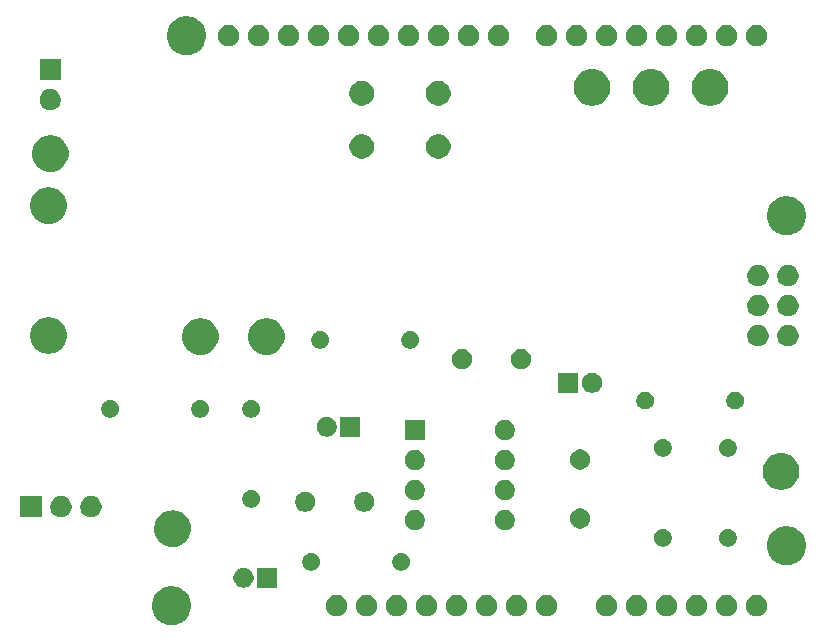
<source format=gbr>
%TF.GenerationSoftware,KiCad,Pcbnew,(5.1.5)-3*%
%TF.CreationDate,2020-05-16T12:13:26+02:00*%
%TF.ProjectId,30_PCB,33305f50-4342-42e6-9b69-6361645f7063,V1.1*%
%TF.SameCoordinates,Original*%
%TF.FileFunction,Soldermask,Bot*%
%TF.FilePolarity,Negative*%
%FSLAX46Y46*%
G04 Gerber Fmt 4.6, Leading zero omitted, Abs format (unit mm)*
G04 Created by KiCad (PCBNEW (5.1.5)-3) date 2020-05-16 12:13:26*
%MOMM*%
%LPD*%
G04 APERTURE LIST*
%ADD10C,0.100000*%
G04 APERTURE END LIST*
D10*
G36*
X82770257Y-107266299D02*
G01*
X82876580Y-107287448D01*
X83177043Y-107411904D01*
X83447452Y-107592586D01*
X83677416Y-107822550D01*
X83858098Y-108092959D01*
X83858099Y-108092961D01*
X83982554Y-108393423D01*
X84046001Y-108712390D01*
X84046001Y-109037612D01*
X83982554Y-109356579D01*
X83887767Y-109585417D01*
X83858098Y-109657043D01*
X83677416Y-109927452D01*
X83447452Y-110157416D01*
X83177043Y-110338098D01*
X82876580Y-110462554D01*
X82770257Y-110483703D01*
X82557612Y-110526001D01*
X82232390Y-110526001D01*
X82019745Y-110483703D01*
X81913422Y-110462554D01*
X81612959Y-110338098D01*
X81342550Y-110157416D01*
X81112586Y-109927452D01*
X80931904Y-109657043D01*
X80902236Y-109585417D01*
X80807448Y-109356579D01*
X80744001Y-109037612D01*
X80744001Y-108712390D01*
X80807448Y-108393423D01*
X80931903Y-108092961D01*
X80931904Y-108092959D01*
X81112586Y-107822550D01*
X81342550Y-107592586D01*
X81612959Y-107411904D01*
X81913422Y-107287448D01*
X82019745Y-107266299D01*
X82232390Y-107224001D01*
X82557612Y-107224001D01*
X82770257Y-107266299D01*
G37*
G36*
X132191779Y-107995548D02*
G01*
X132358225Y-108064492D01*
X132508023Y-108164584D01*
X132635418Y-108291979D01*
X132735510Y-108441777D01*
X132804454Y-108608223D01*
X132839601Y-108784919D01*
X132839601Y-108965083D01*
X132804454Y-109141779D01*
X132735510Y-109308225D01*
X132635418Y-109458023D01*
X132508023Y-109585418D01*
X132358225Y-109685510D01*
X132191779Y-109754454D01*
X132015083Y-109789601D01*
X131834919Y-109789601D01*
X131658223Y-109754454D01*
X131491777Y-109685510D01*
X131341979Y-109585418D01*
X131214584Y-109458023D01*
X131114492Y-109308225D01*
X131045548Y-109141779D01*
X131010401Y-108965083D01*
X131010401Y-108784919D01*
X131045548Y-108608223D01*
X131114492Y-108441777D01*
X131214584Y-108291979D01*
X131341979Y-108164584D01*
X131491777Y-108064492D01*
X131658223Y-107995548D01*
X131834919Y-107960401D01*
X132015083Y-107960401D01*
X132191779Y-107995548D01*
G37*
G36*
X119491779Y-107995548D02*
G01*
X119658225Y-108064492D01*
X119808023Y-108164584D01*
X119935418Y-108291979D01*
X120035510Y-108441777D01*
X120104454Y-108608223D01*
X120139601Y-108784919D01*
X120139601Y-108965083D01*
X120104454Y-109141779D01*
X120035510Y-109308225D01*
X119935418Y-109458023D01*
X119808023Y-109585418D01*
X119658225Y-109685510D01*
X119491779Y-109754454D01*
X119315083Y-109789601D01*
X119134919Y-109789601D01*
X118958223Y-109754454D01*
X118791777Y-109685510D01*
X118641979Y-109585418D01*
X118514584Y-109458023D01*
X118414492Y-109308225D01*
X118345548Y-109141779D01*
X118310401Y-108965083D01*
X118310401Y-108784919D01*
X118345548Y-108608223D01*
X118414492Y-108441777D01*
X118514584Y-108291979D01*
X118641979Y-108164584D01*
X118791777Y-108064492D01*
X118958223Y-107995548D01*
X119134919Y-107960401D01*
X119315083Y-107960401D01*
X119491779Y-107995548D01*
G37*
G36*
X114411779Y-107995548D02*
G01*
X114578225Y-108064492D01*
X114728023Y-108164584D01*
X114855418Y-108291979D01*
X114955510Y-108441777D01*
X115024454Y-108608223D01*
X115059601Y-108784919D01*
X115059601Y-108965083D01*
X115024454Y-109141779D01*
X114955510Y-109308225D01*
X114855418Y-109458023D01*
X114728023Y-109585418D01*
X114578225Y-109685510D01*
X114411779Y-109754454D01*
X114235083Y-109789601D01*
X114054919Y-109789601D01*
X113878223Y-109754454D01*
X113711777Y-109685510D01*
X113561979Y-109585418D01*
X113434584Y-109458023D01*
X113334492Y-109308225D01*
X113265548Y-109141779D01*
X113230401Y-108965083D01*
X113230401Y-108784919D01*
X113265548Y-108608223D01*
X113334492Y-108441777D01*
X113434584Y-108291979D01*
X113561979Y-108164584D01*
X113711777Y-108064492D01*
X113878223Y-107995548D01*
X114054919Y-107960401D01*
X114235083Y-107960401D01*
X114411779Y-107995548D01*
G37*
G36*
X111871779Y-107995548D02*
G01*
X112038225Y-108064492D01*
X112188023Y-108164584D01*
X112315418Y-108291979D01*
X112415510Y-108441777D01*
X112484454Y-108608223D01*
X112519601Y-108784919D01*
X112519601Y-108965083D01*
X112484454Y-109141779D01*
X112415510Y-109308225D01*
X112315418Y-109458023D01*
X112188023Y-109585418D01*
X112038225Y-109685510D01*
X111871779Y-109754454D01*
X111695083Y-109789601D01*
X111514919Y-109789601D01*
X111338223Y-109754454D01*
X111171777Y-109685510D01*
X111021979Y-109585418D01*
X110894584Y-109458023D01*
X110794492Y-109308225D01*
X110725548Y-109141779D01*
X110690401Y-108965083D01*
X110690401Y-108784919D01*
X110725548Y-108608223D01*
X110794492Y-108441777D01*
X110894584Y-108291979D01*
X111021979Y-108164584D01*
X111171777Y-108064492D01*
X111338223Y-107995548D01*
X111514919Y-107960401D01*
X111695083Y-107960401D01*
X111871779Y-107995548D01*
G37*
G36*
X109331779Y-107995548D02*
G01*
X109498225Y-108064492D01*
X109648023Y-108164584D01*
X109775418Y-108291979D01*
X109875510Y-108441777D01*
X109944454Y-108608223D01*
X109979601Y-108784919D01*
X109979601Y-108965083D01*
X109944454Y-109141779D01*
X109875510Y-109308225D01*
X109775418Y-109458023D01*
X109648023Y-109585418D01*
X109498225Y-109685510D01*
X109331779Y-109754454D01*
X109155083Y-109789601D01*
X108974919Y-109789601D01*
X108798223Y-109754454D01*
X108631777Y-109685510D01*
X108481979Y-109585418D01*
X108354584Y-109458023D01*
X108254492Y-109308225D01*
X108185548Y-109141779D01*
X108150401Y-108965083D01*
X108150401Y-108784919D01*
X108185548Y-108608223D01*
X108254492Y-108441777D01*
X108354584Y-108291979D01*
X108481979Y-108164584D01*
X108631777Y-108064492D01*
X108798223Y-107995548D01*
X108974919Y-107960401D01*
X109155083Y-107960401D01*
X109331779Y-107995548D01*
G37*
G36*
X106791779Y-107995548D02*
G01*
X106958225Y-108064492D01*
X107108023Y-108164584D01*
X107235418Y-108291979D01*
X107335510Y-108441777D01*
X107404454Y-108608223D01*
X107439601Y-108784919D01*
X107439601Y-108965083D01*
X107404454Y-109141779D01*
X107335510Y-109308225D01*
X107235418Y-109458023D01*
X107108023Y-109585418D01*
X106958225Y-109685510D01*
X106791779Y-109754454D01*
X106615083Y-109789601D01*
X106434919Y-109789601D01*
X106258223Y-109754454D01*
X106091777Y-109685510D01*
X105941979Y-109585418D01*
X105814584Y-109458023D01*
X105714492Y-109308225D01*
X105645548Y-109141779D01*
X105610401Y-108965083D01*
X105610401Y-108784919D01*
X105645548Y-108608223D01*
X105714492Y-108441777D01*
X105814584Y-108291979D01*
X105941979Y-108164584D01*
X106091777Y-108064492D01*
X106258223Y-107995548D01*
X106434919Y-107960401D01*
X106615083Y-107960401D01*
X106791779Y-107995548D01*
G37*
G36*
X104251779Y-107995548D02*
G01*
X104418225Y-108064492D01*
X104568023Y-108164584D01*
X104695418Y-108291979D01*
X104795510Y-108441777D01*
X104864454Y-108608223D01*
X104899601Y-108784919D01*
X104899601Y-108965083D01*
X104864454Y-109141779D01*
X104795510Y-109308225D01*
X104695418Y-109458023D01*
X104568023Y-109585418D01*
X104418225Y-109685510D01*
X104251779Y-109754454D01*
X104075083Y-109789601D01*
X103894919Y-109789601D01*
X103718223Y-109754454D01*
X103551777Y-109685510D01*
X103401979Y-109585418D01*
X103274584Y-109458023D01*
X103174492Y-109308225D01*
X103105548Y-109141779D01*
X103070401Y-108965083D01*
X103070401Y-108784919D01*
X103105548Y-108608223D01*
X103174492Y-108441777D01*
X103274584Y-108291979D01*
X103401979Y-108164584D01*
X103551777Y-108064492D01*
X103718223Y-107995548D01*
X103894919Y-107960401D01*
X104075083Y-107960401D01*
X104251779Y-107995548D01*
G37*
G36*
X99171779Y-107995548D02*
G01*
X99338225Y-108064492D01*
X99488023Y-108164584D01*
X99615418Y-108291979D01*
X99715510Y-108441777D01*
X99784454Y-108608223D01*
X99819601Y-108784919D01*
X99819601Y-108965083D01*
X99784454Y-109141779D01*
X99715510Y-109308225D01*
X99615418Y-109458023D01*
X99488023Y-109585418D01*
X99338225Y-109685510D01*
X99171779Y-109754454D01*
X98995083Y-109789601D01*
X98814919Y-109789601D01*
X98638223Y-109754454D01*
X98471777Y-109685510D01*
X98321979Y-109585418D01*
X98194584Y-109458023D01*
X98094492Y-109308225D01*
X98025548Y-109141779D01*
X97990401Y-108965083D01*
X97990401Y-108784919D01*
X98025548Y-108608223D01*
X98094492Y-108441777D01*
X98194584Y-108291979D01*
X98321979Y-108164584D01*
X98471777Y-108064492D01*
X98638223Y-107995548D01*
X98814919Y-107960401D01*
X98995083Y-107960401D01*
X99171779Y-107995548D01*
G37*
G36*
X101711779Y-107995548D02*
G01*
X101878225Y-108064492D01*
X102028023Y-108164584D01*
X102155418Y-108291979D01*
X102255510Y-108441777D01*
X102324454Y-108608223D01*
X102359601Y-108784919D01*
X102359601Y-108965083D01*
X102324454Y-109141779D01*
X102255510Y-109308225D01*
X102155418Y-109458023D01*
X102028023Y-109585418D01*
X101878225Y-109685510D01*
X101711779Y-109754454D01*
X101535083Y-109789601D01*
X101354919Y-109789601D01*
X101178223Y-109754454D01*
X101011777Y-109685510D01*
X100861979Y-109585418D01*
X100734584Y-109458023D01*
X100634492Y-109308225D01*
X100565548Y-109141779D01*
X100530401Y-108965083D01*
X100530401Y-108784919D01*
X100565548Y-108608223D01*
X100634492Y-108441777D01*
X100734584Y-108291979D01*
X100861979Y-108164584D01*
X101011777Y-108064492D01*
X101178223Y-107995548D01*
X101354919Y-107960401D01*
X101535083Y-107960401D01*
X101711779Y-107995548D01*
G37*
G36*
X129651779Y-107995548D02*
G01*
X129818225Y-108064492D01*
X129968023Y-108164584D01*
X130095418Y-108291979D01*
X130195510Y-108441777D01*
X130264454Y-108608223D01*
X130299601Y-108784919D01*
X130299601Y-108965083D01*
X130264454Y-109141779D01*
X130195510Y-109308225D01*
X130095418Y-109458023D01*
X129968023Y-109585418D01*
X129818225Y-109685510D01*
X129651779Y-109754454D01*
X129475083Y-109789601D01*
X129294919Y-109789601D01*
X129118223Y-109754454D01*
X128951777Y-109685510D01*
X128801979Y-109585418D01*
X128674584Y-109458023D01*
X128574492Y-109308225D01*
X128505548Y-109141779D01*
X128470401Y-108965083D01*
X128470401Y-108784919D01*
X128505548Y-108608223D01*
X128574492Y-108441777D01*
X128674584Y-108291979D01*
X128801979Y-108164584D01*
X128951777Y-108064492D01*
X129118223Y-107995548D01*
X129294919Y-107960401D01*
X129475083Y-107960401D01*
X129651779Y-107995548D01*
G37*
G36*
X127111779Y-107995548D02*
G01*
X127278225Y-108064492D01*
X127428023Y-108164584D01*
X127555418Y-108291979D01*
X127655510Y-108441777D01*
X127724454Y-108608223D01*
X127759601Y-108784919D01*
X127759601Y-108965083D01*
X127724454Y-109141779D01*
X127655510Y-109308225D01*
X127555418Y-109458023D01*
X127428023Y-109585418D01*
X127278225Y-109685510D01*
X127111779Y-109754454D01*
X126935083Y-109789601D01*
X126754919Y-109789601D01*
X126578223Y-109754454D01*
X126411777Y-109685510D01*
X126261979Y-109585418D01*
X126134584Y-109458023D01*
X126034492Y-109308225D01*
X125965548Y-109141779D01*
X125930401Y-108965083D01*
X125930401Y-108784919D01*
X125965548Y-108608223D01*
X126034492Y-108441777D01*
X126134584Y-108291979D01*
X126261979Y-108164584D01*
X126411777Y-108064492D01*
X126578223Y-107995548D01*
X126754919Y-107960401D01*
X126935083Y-107960401D01*
X127111779Y-107995548D01*
G37*
G36*
X124571779Y-107995548D02*
G01*
X124738225Y-108064492D01*
X124888023Y-108164584D01*
X125015418Y-108291979D01*
X125115510Y-108441777D01*
X125184454Y-108608223D01*
X125219601Y-108784919D01*
X125219601Y-108965083D01*
X125184454Y-109141779D01*
X125115510Y-109308225D01*
X125015418Y-109458023D01*
X124888023Y-109585418D01*
X124738225Y-109685510D01*
X124571779Y-109754454D01*
X124395083Y-109789601D01*
X124214919Y-109789601D01*
X124038223Y-109754454D01*
X123871777Y-109685510D01*
X123721979Y-109585418D01*
X123594584Y-109458023D01*
X123494492Y-109308225D01*
X123425548Y-109141779D01*
X123390401Y-108965083D01*
X123390401Y-108784919D01*
X123425548Y-108608223D01*
X123494492Y-108441777D01*
X123594584Y-108291979D01*
X123721979Y-108164584D01*
X123871777Y-108064492D01*
X124038223Y-107995548D01*
X124214919Y-107960401D01*
X124395083Y-107960401D01*
X124571779Y-107995548D01*
G37*
G36*
X122031779Y-107995548D02*
G01*
X122198225Y-108064492D01*
X122348023Y-108164584D01*
X122475418Y-108291979D01*
X122575510Y-108441777D01*
X122644454Y-108608223D01*
X122679601Y-108784919D01*
X122679601Y-108965083D01*
X122644454Y-109141779D01*
X122575510Y-109308225D01*
X122475418Y-109458023D01*
X122348023Y-109585418D01*
X122198225Y-109685510D01*
X122031779Y-109754454D01*
X121855083Y-109789601D01*
X121674919Y-109789601D01*
X121498223Y-109754454D01*
X121331777Y-109685510D01*
X121181979Y-109585418D01*
X121054584Y-109458023D01*
X120954492Y-109308225D01*
X120885548Y-109141779D01*
X120850401Y-108965083D01*
X120850401Y-108784919D01*
X120885548Y-108608223D01*
X120954492Y-108441777D01*
X121054584Y-108291979D01*
X121181979Y-108164584D01*
X121331777Y-108064492D01*
X121498223Y-107995548D01*
X121674919Y-107960401D01*
X121855083Y-107960401D01*
X122031779Y-107995548D01*
G37*
G36*
X96631779Y-107995548D02*
G01*
X96798225Y-108064492D01*
X96948023Y-108164584D01*
X97075418Y-108291979D01*
X97175510Y-108441777D01*
X97244454Y-108608223D01*
X97279601Y-108784919D01*
X97279601Y-108965083D01*
X97244454Y-109141779D01*
X97175510Y-109308225D01*
X97075418Y-109458023D01*
X96948023Y-109585418D01*
X96798225Y-109685510D01*
X96631779Y-109754454D01*
X96455083Y-109789601D01*
X96274919Y-109789601D01*
X96098223Y-109754454D01*
X95931777Y-109685510D01*
X95781979Y-109585418D01*
X95654584Y-109458023D01*
X95554492Y-109308225D01*
X95485548Y-109141779D01*
X95450401Y-108965083D01*
X95450401Y-108784919D01*
X95485548Y-108608223D01*
X95554492Y-108441777D01*
X95654584Y-108291979D01*
X95781979Y-108164584D01*
X95931777Y-108064492D01*
X96098223Y-107995548D01*
X96274919Y-107960401D01*
X96455083Y-107960401D01*
X96631779Y-107995548D01*
G37*
G36*
X91351000Y-107351000D02*
G01*
X89649000Y-107351000D01*
X89649000Y-105649000D01*
X91351000Y-105649000D01*
X91351000Y-107351000D01*
G37*
G36*
X88748228Y-105681703D02*
G01*
X88903100Y-105745853D01*
X89042481Y-105838985D01*
X89161015Y-105957519D01*
X89254147Y-106096900D01*
X89318297Y-106251772D01*
X89351000Y-106416184D01*
X89351000Y-106583816D01*
X89318297Y-106748228D01*
X89254147Y-106903100D01*
X89161015Y-107042481D01*
X89042481Y-107161015D01*
X88903100Y-107254147D01*
X88748228Y-107318297D01*
X88583816Y-107351000D01*
X88416184Y-107351000D01*
X88251772Y-107318297D01*
X88096900Y-107254147D01*
X87957519Y-107161015D01*
X87838985Y-107042481D01*
X87745853Y-106903100D01*
X87681703Y-106748228D01*
X87649000Y-106583816D01*
X87649000Y-106416184D01*
X87681703Y-106251772D01*
X87745853Y-106096900D01*
X87838985Y-105957519D01*
X87957519Y-105838985D01*
X88096900Y-105745853D01*
X88251772Y-105681703D01*
X88416184Y-105649000D01*
X88583816Y-105649000D01*
X88748228Y-105681703D01*
G37*
G36*
X102073059Y-104433860D02*
G01*
X102209732Y-104490472D01*
X102332735Y-104572660D01*
X102437340Y-104677265D01*
X102437341Y-104677267D01*
X102519529Y-104800270D01*
X102539072Y-104847452D01*
X102576140Y-104936941D01*
X102605000Y-105082033D01*
X102605000Y-105229967D01*
X102576140Y-105375059D01*
X102519528Y-105511732D01*
X102437340Y-105634735D01*
X102332735Y-105739340D01*
X102209732Y-105821528D01*
X102209731Y-105821529D01*
X102209730Y-105821529D01*
X102073059Y-105878140D01*
X101927968Y-105907000D01*
X101780032Y-105907000D01*
X101634941Y-105878140D01*
X101498270Y-105821529D01*
X101498269Y-105821529D01*
X101498268Y-105821528D01*
X101375265Y-105739340D01*
X101270660Y-105634735D01*
X101188472Y-105511732D01*
X101131860Y-105375059D01*
X101103000Y-105229967D01*
X101103000Y-105082033D01*
X101131860Y-104936941D01*
X101168928Y-104847452D01*
X101188471Y-104800270D01*
X101270659Y-104677267D01*
X101270660Y-104677265D01*
X101375265Y-104572660D01*
X101498268Y-104490472D01*
X101634941Y-104433860D01*
X101780032Y-104405000D01*
X101927968Y-104405000D01*
X102073059Y-104433860D01*
G37*
G36*
X94453059Y-104433860D02*
G01*
X94589732Y-104490472D01*
X94712735Y-104572660D01*
X94817340Y-104677265D01*
X94817341Y-104677267D01*
X94899529Y-104800270D01*
X94919072Y-104847452D01*
X94956140Y-104936941D01*
X94985000Y-105082033D01*
X94985000Y-105229967D01*
X94956140Y-105375059D01*
X94899528Y-105511732D01*
X94817340Y-105634735D01*
X94712735Y-105739340D01*
X94589732Y-105821528D01*
X94589731Y-105821529D01*
X94589730Y-105821529D01*
X94453059Y-105878140D01*
X94307968Y-105907000D01*
X94160032Y-105907000D01*
X94014941Y-105878140D01*
X93878270Y-105821529D01*
X93878269Y-105821529D01*
X93878268Y-105821528D01*
X93755265Y-105739340D01*
X93650660Y-105634735D01*
X93568472Y-105511732D01*
X93511860Y-105375059D01*
X93483000Y-105229967D01*
X93483000Y-105082033D01*
X93511860Y-104936941D01*
X93548928Y-104847452D01*
X93568471Y-104800270D01*
X93650659Y-104677267D01*
X93650660Y-104677265D01*
X93755265Y-104572660D01*
X93878268Y-104490472D01*
X94014941Y-104433860D01*
X94160032Y-104405000D01*
X94307968Y-104405000D01*
X94453059Y-104433860D01*
G37*
G36*
X134840257Y-102186299D02*
G01*
X134946580Y-102207448D01*
X135247043Y-102331904D01*
X135517452Y-102512586D01*
X135747416Y-102742550D01*
X135928098Y-103012959D01*
X136052554Y-103313422D01*
X136058449Y-103343059D01*
X136110102Y-103602733D01*
X136116001Y-103632392D01*
X136116001Y-103957610D01*
X136052554Y-104276580D01*
X135928098Y-104577043D01*
X135747416Y-104847452D01*
X135517452Y-105077416D01*
X135247043Y-105258098D01*
X134946580Y-105382554D01*
X134840257Y-105403703D01*
X134627612Y-105446001D01*
X134302390Y-105446001D01*
X134089745Y-105403703D01*
X133983422Y-105382554D01*
X133682959Y-105258098D01*
X133412550Y-105077416D01*
X133182586Y-104847452D01*
X133001904Y-104577043D01*
X132877448Y-104276580D01*
X132814001Y-103957610D01*
X132814001Y-103632392D01*
X132819901Y-103602733D01*
X132871553Y-103343059D01*
X132877448Y-103313422D01*
X133001904Y-103012959D01*
X133182586Y-102742550D01*
X133412550Y-102512586D01*
X133682959Y-102331904D01*
X133983422Y-102207448D01*
X134089745Y-102186299D01*
X134302390Y-102144001D01*
X134627612Y-102144001D01*
X134840257Y-102186299D01*
G37*
G36*
X82749019Y-100830147D02*
G01*
X82952410Y-100870604D01*
X83234674Y-100987521D01*
X83488705Y-101157259D01*
X83704741Y-101373295D01*
X83874479Y-101627326D01*
X83991396Y-101909590D01*
X84017829Y-102042480D01*
X84051000Y-102209239D01*
X84051000Y-102514761D01*
X84045848Y-102540660D01*
X83991396Y-102814410D01*
X83874479Y-103096674D01*
X83704741Y-103350705D01*
X83488705Y-103566741D01*
X83234674Y-103736479D01*
X82952410Y-103853396D01*
X82843799Y-103875000D01*
X82652761Y-103913000D01*
X82347239Y-103913000D01*
X82156201Y-103875000D01*
X82047590Y-103853396D01*
X81765326Y-103736479D01*
X81511295Y-103566741D01*
X81295259Y-103350705D01*
X81125521Y-103096674D01*
X81008604Y-102814410D01*
X80954152Y-102540660D01*
X80949000Y-102514761D01*
X80949000Y-102209239D01*
X80982171Y-102042480D01*
X81008604Y-101909590D01*
X81125521Y-101627326D01*
X81295259Y-101373295D01*
X81511295Y-101157259D01*
X81765326Y-100987521D01*
X82047590Y-100870604D01*
X82250981Y-100830147D01*
X82347239Y-100811000D01*
X82652761Y-100811000D01*
X82749019Y-100830147D01*
G37*
G36*
X129719059Y-102401860D02*
G01*
X129846076Y-102454472D01*
X129855732Y-102458472D01*
X129978735Y-102540660D01*
X130083340Y-102645265D01*
X130165528Y-102768268D01*
X130165529Y-102768270D01*
X130222140Y-102904941D01*
X130250205Y-103046033D01*
X130251000Y-103050033D01*
X130251000Y-103197967D01*
X130222140Y-103343059D01*
X130165528Y-103479732D01*
X130083340Y-103602735D01*
X129978735Y-103707340D01*
X129855732Y-103789528D01*
X129855731Y-103789529D01*
X129855730Y-103789529D01*
X129719059Y-103846140D01*
X129573968Y-103875000D01*
X129426032Y-103875000D01*
X129280941Y-103846140D01*
X129144270Y-103789529D01*
X129144269Y-103789529D01*
X129144268Y-103789528D01*
X129021265Y-103707340D01*
X128916660Y-103602735D01*
X128834472Y-103479732D01*
X128777860Y-103343059D01*
X128749000Y-103197967D01*
X128749000Y-103050033D01*
X128749796Y-103046033D01*
X128777860Y-102904941D01*
X128834471Y-102768270D01*
X128834472Y-102768268D01*
X128916660Y-102645265D01*
X129021265Y-102540660D01*
X129144268Y-102458472D01*
X129153925Y-102454472D01*
X129280941Y-102401860D01*
X129426032Y-102373000D01*
X129573968Y-102373000D01*
X129719059Y-102401860D01*
G37*
G36*
X124219059Y-102397860D02*
G01*
X124316683Y-102438297D01*
X124355732Y-102454472D01*
X124478735Y-102536660D01*
X124583340Y-102641265D01*
X124665528Y-102764268D01*
X124665529Y-102764270D01*
X124722140Y-102900941D01*
X124751000Y-103046032D01*
X124751000Y-103193968D01*
X124750204Y-103197968D01*
X124722140Y-103339059D01*
X124665528Y-103475732D01*
X124583340Y-103598735D01*
X124478735Y-103703340D01*
X124355732Y-103785528D01*
X124355731Y-103785529D01*
X124355730Y-103785529D01*
X124219059Y-103842140D01*
X124073968Y-103871000D01*
X123926032Y-103871000D01*
X123780941Y-103842140D01*
X123644270Y-103785529D01*
X123644269Y-103785529D01*
X123644268Y-103785528D01*
X123521265Y-103703340D01*
X123416660Y-103598735D01*
X123334472Y-103475732D01*
X123277860Y-103339059D01*
X123249796Y-103197968D01*
X123249000Y-103193968D01*
X123249000Y-103046032D01*
X123277860Y-102900941D01*
X123334471Y-102764270D01*
X123334472Y-102764268D01*
X123416660Y-102641265D01*
X123521265Y-102536660D01*
X123644268Y-102454472D01*
X123683318Y-102438297D01*
X123780941Y-102397860D01*
X123926032Y-102369000D01*
X124073968Y-102369000D01*
X124219059Y-102397860D01*
G37*
G36*
X110868228Y-100801703D02*
G01*
X111023100Y-100865853D01*
X111162481Y-100958985D01*
X111281015Y-101077519D01*
X111374147Y-101216900D01*
X111438297Y-101371772D01*
X111471000Y-101536184D01*
X111471000Y-101703816D01*
X111438297Y-101868228D01*
X111374147Y-102023100D01*
X111281015Y-102162481D01*
X111162481Y-102281015D01*
X111023100Y-102374147D01*
X110868228Y-102438297D01*
X110703816Y-102471000D01*
X110536184Y-102471000D01*
X110371772Y-102438297D01*
X110216900Y-102374147D01*
X110077519Y-102281015D01*
X109958985Y-102162481D01*
X109865853Y-102023100D01*
X109801703Y-101868228D01*
X109769000Y-101703816D01*
X109769000Y-101536184D01*
X109801703Y-101371772D01*
X109865853Y-101216900D01*
X109958985Y-101077519D01*
X110077519Y-100958985D01*
X110216900Y-100865853D01*
X110371772Y-100801703D01*
X110536184Y-100769000D01*
X110703816Y-100769000D01*
X110868228Y-100801703D01*
G37*
G36*
X103248228Y-100801703D02*
G01*
X103403100Y-100865853D01*
X103542481Y-100958985D01*
X103661015Y-101077519D01*
X103754147Y-101216900D01*
X103818297Y-101371772D01*
X103851000Y-101536184D01*
X103851000Y-101703816D01*
X103818297Y-101868228D01*
X103754147Y-102023100D01*
X103661015Y-102162481D01*
X103542481Y-102281015D01*
X103403100Y-102374147D01*
X103248228Y-102438297D01*
X103083816Y-102471000D01*
X102916184Y-102471000D01*
X102751772Y-102438297D01*
X102596900Y-102374147D01*
X102457519Y-102281015D01*
X102338985Y-102162481D01*
X102245853Y-102023100D01*
X102181703Y-101868228D01*
X102149000Y-101703816D01*
X102149000Y-101536184D01*
X102181703Y-101371772D01*
X102245853Y-101216900D01*
X102338985Y-101077519D01*
X102457519Y-100958985D01*
X102596900Y-100865853D01*
X102751772Y-100801703D01*
X102916184Y-100769000D01*
X103083816Y-100769000D01*
X103248228Y-100801703D01*
G37*
G36*
X117248228Y-100681703D02*
G01*
X117403100Y-100745853D01*
X117542481Y-100838985D01*
X117661015Y-100957519D01*
X117754147Y-101096900D01*
X117818297Y-101251772D01*
X117851000Y-101416184D01*
X117851000Y-101583816D01*
X117818297Y-101748228D01*
X117754147Y-101903100D01*
X117661015Y-102042481D01*
X117542481Y-102161015D01*
X117403100Y-102254147D01*
X117248228Y-102318297D01*
X117083816Y-102351000D01*
X116916184Y-102351000D01*
X116751772Y-102318297D01*
X116596900Y-102254147D01*
X116457519Y-102161015D01*
X116338985Y-102042481D01*
X116245853Y-101903100D01*
X116181703Y-101748228D01*
X116149000Y-101583816D01*
X116149000Y-101416184D01*
X116181703Y-101251772D01*
X116245853Y-101096900D01*
X116338985Y-100957519D01*
X116457519Y-100838985D01*
X116596900Y-100745853D01*
X116751772Y-100681703D01*
X116916184Y-100649000D01*
X117083816Y-100649000D01*
X117248228Y-100681703D01*
G37*
G36*
X71401000Y-101401000D02*
G01*
X69599000Y-101401000D01*
X69599000Y-99599000D01*
X71401000Y-99599000D01*
X71401000Y-101401000D01*
G37*
G36*
X75688554Y-99602941D02*
G01*
X75842812Y-99633624D01*
X76006784Y-99701544D01*
X76154354Y-99800147D01*
X76279853Y-99925646D01*
X76378456Y-100073216D01*
X76446376Y-100237188D01*
X76481000Y-100411259D01*
X76481000Y-100588741D01*
X76446376Y-100762812D01*
X76378456Y-100926784D01*
X76279853Y-101074354D01*
X76154354Y-101199853D01*
X76006784Y-101298456D01*
X75842812Y-101366376D01*
X75693512Y-101396073D01*
X75668742Y-101401000D01*
X75491258Y-101401000D01*
X75466488Y-101396073D01*
X75317188Y-101366376D01*
X75153216Y-101298456D01*
X75005646Y-101199853D01*
X74880147Y-101074354D01*
X74781544Y-100926784D01*
X74713624Y-100762812D01*
X74679000Y-100588741D01*
X74679000Y-100411259D01*
X74713624Y-100237188D01*
X74781544Y-100073216D01*
X74880147Y-99925646D01*
X75005646Y-99800147D01*
X75153216Y-99701544D01*
X75317188Y-99633624D01*
X75471446Y-99602941D01*
X75491258Y-99599000D01*
X75668742Y-99599000D01*
X75688554Y-99602941D01*
G37*
G36*
X73148554Y-99602941D02*
G01*
X73302812Y-99633624D01*
X73466784Y-99701544D01*
X73614354Y-99800147D01*
X73739853Y-99925646D01*
X73838456Y-100073216D01*
X73906376Y-100237188D01*
X73941000Y-100411259D01*
X73941000Y-100588741D01*
X73906376Y-100762812D01*
X73838456Y-100926784D01*
X73739853Y-101074354D01*
X73614354Y-101199853D01*
X73466784Y-101298456D01*
X73302812Y-101366376D01*
X73153512Y-101396073D01*
X73128742Y-101401000D01*
X72951258Y-101401000D01*
X72926488Y-101396073D01*
X72777188Y-101366376D01*
X72613216Y-101298456D01*
X72465646Y-101199853D01*
X72340147Y-101074354D01*
X72241544Y-100926784D01*
X72173624Y-100762812D01*
X72139000Y-100588741D01*
X72139000Y-100411259D01*
X72173624Y-100237188D01*
X72241544Y-100073216D01*
X72340147Y-99925646D01*
X72465646Y-99800147D01*
X72613216Y-99701544D01*
X72777188Y-99633624D01*
X72931446Y-99602941D01*
X72951258Y-99599000D01*
X73128742Y-99599000D01*
X73148554Y-99602941D01*
G37*
G36*
X93974228Y-99257703D02*
G01*
X94129100Y-99321853D01*
X94268481Y-99414985D01*
X94387015Y-99533519D01*
X94480147Y-99672900D01*
X94544297Y-99827772D01*
X94577000Y-99992184D01*
X94577000Y-100159816D01*
X94544297Y-100324228D01*
X94480147Y-100479100D01*
X94387015Y-100618481D01*
X94268481Y-100737015D01*
X94129100Y-100830147D01*
X93974228Y-100894297D01*
X93809816Y-100927000D01*
X93642184Y-100927000D01*
X93477772Y-100894297D01*
X93322900Y-100830147D01*
X93183519Y-100737015D01*
X93064985Y-100618481D01*
X92971853Y-100479100D01*
X92907703Y-100324228D01*
X92875000Y-100159816D01*
X92875000Y-99992184D01*
X92907703Y-99827772D01*
X92971853Y-99672900D01*
X93064985Y-99533519D01*
X93183519Y-99414985D01*
X93322900Y-99321853D01*
X93477772Y-99257703D01*
X93642184Y-99225000D01*
X93809816Y-99225000D01*
X93974228Y-99257703D01*
G37*
G36*
X98974228Y-99257703D02*
G01*
X99129100Y-99321853D01*
X99268481Y-99414985D01*
X99387015Y-99533519D01*
X99480147Y-99672900D01*
X99544297Y-99827772D01*
X99577000Y-99992184D01*
X99577000Y-100159816D01*
X99544297Y-100324228D01*
X99480147Y-100479100D01*
X99387015Y-100618481D01*
X99268481Y-100737015D01*
X99129100Y-100830147D01*
X98974228Y-100894297D01*
X98809816Y-100927000D01*
X98642184Y-100927000D01*
X98477772Y-100894297D01*
X98322900Y-100830147D01*
X98183519Y-100737015D01*
X98064985Y-100618481D01*
X97971853Y-100479100D01*
X97907703Y-100324228D01*
X97875000Y-100159816D01*
X97875000Y-99992184D01*
X97907703Y-99827772D01*
X97971853Y-99672900D01*
X98064985Y-99533519D01*
X98183519Y-99414985D01*
X98322900Y-99321853D01*
X98477772Y-99257703D01*
X98642184Y-99225000D01*
X98809816Y-99225000D01*
X98974228Y-99257703D01*
G37*
G36*
X89373059Y-99099860D02*
G01*
X89509732Y-99156472D01*
X89632735Y-99238660D01*
X89737340Y-99343265D01*
X89819528Y-99466268D01*
X89819529Y-99466270D01*
X89876140Y-99602941D01*
X89905000Y-99748032D01*
X89905000Y-99895968D01*
X89876140Y-100041059D01*
X89826950Y-100159815D01*
X89819528Y-100177732D01*
X89737340Y-100300735D01*
X89632735Y-100405340D01*
X89509732Y-100487528D01*
X89509731Y-100487529D01*
X89509730Y-100487529D01*
X89373059Y-100544140D01*
X89227968Y-100573000D01*
X89080032Y-100573000D01*
X88934941Y-100544140D01*
X88798270Y-100487529D01*
X88798269Y-100487529D01*
X88798268Y-100487528D01*
X88675265Y-100405340D01*
X88570660Y-100300735D01*
X88488472Y-100177732D01*
X88481051Y-100159815D01*
X88431860Y-100041059D01*
X88403000Y-99895968D01*
X88403000Y-99748032D01*
X88431860Y-99602941D01*
X88488471Y-99466270D01*
X88488472Y-99466268D01*
X88570660Y-99343265D01*
X88675265Y-99238660D01*
X88798268Y-99156472D01*
X88934941Y-99099860D01*
X89080032Y-99071000D01*
X89227968Y-99071000D01*
X89373059Y-99099860D01*
G37*
G36*
X110868228Y-98261703D02*
G01*
X111023100Y-98325853D01*
X111162481Y-98418985D01*
X111281015Y-98537519D01*
X111374147Y-98676900D01*
X111438297Y-98831772D01*
X111471000Y-98996184D01*
X111471000Y-99163816D01*
X111438297Y-99328228D01*
X111374147Y-99483100D01*
X111281015Y-99622481D01*
X111162481Y-99741015D01*
X111023100Y-99834147D01*
X110868228Y-99898297D01*
X110703816Y-99931000D01*
X110536184Y-99931000D01*
X110371772Y-99898297D01*
X110216900Y-99834147D01*
X110077519Y-99741015D01*
X109958985Y-99622481D01*
X109865853Y-99483100D01*
X109801703Y-99328228D01*
X109769000Y-99163816D01*
X109769000Y-98996184D01*
X109801703Y-98831772D01*
X109865853Y-98676900D01*
X109958985Y-98537519D01*
X110077519Y-98418985D01*
X110216900Y-98325853D01*
X110371772Y-98261703D01*
X110536184Y-98229000D01*
X110703816Y-98229000D01*
X110868228Y-98261703D01*
G37*
G36*
X103248228Y-98261703D02*
G01*
X103403100Y-98325853D01*
X103542481Y-98418985D01*
X103661015Y-98537519D01*
X103754147Y-98676900D01*
X103818297Y-98831772D01*
X103851000Y-98996184D01*
X103851000Y-99163816D01*
X103818297Y-99328228D01*
X103754147Y-99483100D01*
X103661015Y-99622481D01*
X103542481Y-99741015D01*
X103403100Y-99834147D01*
X103248228Y-99898297D01*
X103083816Y-99931000D01*
X102916184Y-99931000D01*
X102751772Y-99898297D01*
X102596900Y-99834147D01*
X102457519Y-99741015D01*
X102338985Y-99622481D01*
X102245853Y-99483100D01*
X102181703Y-99328228D01*
X102149000Y-99163816D01*
X102149000Y-98996184D01*
X102181703Y-98831772D01*
X102245853Y-98676900D01*
X102338985Y-98537519D01*
X102457519Y-98418985D01*
X102596900Y-98325853D01*
X102751772Y-98261703D01*
X102916184Y-98229000D01*
X103083816Y-98229000D01*
X103248228Y-98261703D01*
G37*
G36*
X134302238Y-95978733D02*
G01*
X134452410Y-96008604D01*
X134734674Y-96125521D01*
X134988705Y-96295259D01*
X135204741Y-96511295D01*
X135374479Y-96765326D01*
X135491396Y-97047590D01*
X135491396Y-97047591D01*
X135545243Y-97318295D01*
X135551000Y-97347240D01*
X135551000Y-97652760D01*
X135491396Y-97952410D01*
X135374479Y-98234674D01*
X135204741Y-98488705D01*
X134988705Y-98704741D01*
X134734674Y-98874479D01*
X134452410Y-98991396D01*
X134302585Y-99021198D01*
X134152761Y-99051000D01*
X133847239Y-99051000D01*
X133697415Y-99021198D01*
X133547590Y-98991396D01*
X133265326Y-98874479D01*
X133011295Y-98704741D01*
X132795259Y-98488705D01*
X132625521Y-98234674D01*
X132508604Y-97952410D01*
X132449000Y-97652760D01*
X132449000Y-97347240D01*
X132454758Y-97318295D01*
X132508604Y-97047591D01*
X132508604Y-97047590D01*
X132625521Y-96765326D01*
X132795259Y-96511295D01*
X133011295Y-96295259D01*
X133265326Y-96125521D01*
X133547590Y-96008604D01*
X133697762Y-95978733D01*
X133847239Y-95949000D01*
X134152761Y-95949000D01*
X134302238Y-95978733D01*
G37*
G36*
X110868228Y-95721703D02*
G01*
X111023100Y-95785853D01*
X111162481Y-95878985D01*
X111281015Y-95997519D01*
X111374147Y-96136900D01*
X111438297Y-96291772D01*
X111471000Y-96456184D01*
X111471000Y-96623816D01*
X111438297Y-96788228D01*
X111374147Y-96943100D01*
X111281015Y-97082481D01*
X111162481Y-97201015D01*
X111023100Y-97294147D01*
X110868228Y-97358297D01*
X110703816Y-97391000D01*
X110536184Y-97391000D01*
X110371772Y-97358297D01*
X110216900Y-97294147D01*
X110077519Y-97201015D01*
X109958985Y-97082481D01*
X109865853Y-96943100D01*
X109801703Y-96788228D01*
X109769000Y-96623816D01*
X109769000Y-96456184D01*
X109801703Y-96291772D01*
X109865853Y-96136900D01*
X109958985Y-95997519D01*
X110077519Y-95878985D01*
X110216900Y-95785853D01*
X110371772Y-95721703D01*
X110536184Y-95689000D01*
X110703816Y-95689000D01*
X110868228Y-95721703D01*
G37*
G36*
X103248228Y-95721703D02*
G01*
X103403100Y-95785853D01*
X103542481Y-95878985D01*
X103661015Y-95997519D01*
X103754147Y-96136900D01*
X103818297Y-96291772D01*
X103851000Y-96456184D01*
X103851000Y-96623816D01*
X103818297Y-96788228D01*
X103754147Y-96943100D01*
X103661015Y-97082481D01*
X103542481Y-97201015D01*
X103403100Y-97294147D01*
X103248228Y-97358297D01*
X103083816Y-97391000D01*
X102916184Y-97391000D01*
X102751772Y-97358297D01*
X102596900Y-97294147D01*
X102457519Y-97201015D01*
X102338985Y-97082481D01*
X102245853Y-96943100D01*
X102181703Y-96788228D01*
X102149000Y-96623816D01*
X102149000Y-96456184D01*
X102181703Y-96291772D01*
X102245853Y-96136900D01*
X102338985Y-95997519D01*
X102457519Y-95878985D01*
X102596900Y-95785853D01*
X102751772Y-95721703D01*
X102916184Y-95689000D01*
X103083816Y-95689000D01*
X103248228Y-95721703D01*
G37*
G36*
X117248228Y-95681703D02*
G01*
X117403100Y-95745853D01*
X117542481Y-95838985D01*
X117661015Y-95957519D01*
X117754147Y-96096900D01*
X117818297Y-96251772D01*
X117851000Y-96416184D01*
X117851000Y-96583816D01*
X117818297Y-96748228D01*
X117754147Y-96903100D01*
X117661015Y-97042481D01*
X117542481Y-97161015D01*
X117403100Y-97254147D01*
X117248228Y-97318297D01*
X117083816Y-97351000D01*
X116916184Y-97351000D01*
X116751772Y-97318297D01*
X116596900Y-97254147D01*
X116457519Y-97161015D01*
X116338985Y-97042481D01*
X116245853Y-96903100D01*
X116181703Y-96748228D01*
X116149000Y-96583816D01*
X116149000Y-96416184D01*
X116181703Y-96251772D01*
X116245853Y-96096900D01*
X116338985Y-95957519D01*
X116457519Y-95838985D01*
X116596900Y-95745853D01*
X116751772Y-95681703D01*
X116916184Y-95649000D01*
X117083816Y-95649000D01*
X117248228Y-95681703D01*
G37*
G36*
X129719059Y-94781860D02*
G01*
X129846076Y-94834472D01*
X129855732Y-94838472D01*
X129978735Y-94920660D01*
X130083340Y-95025265D01*
X130165528Y-95148268D01*
X130165529Y-95148270D01*
X130222140Y-95284941D01*
X130250205Y-95426033D01*
X130251000Y-95430033D01*
X130251000Y-95577967D01*
X130222140Y-95723059D01*
X130165528Y-95859732D01*
X130083340Y-95982735D01*
X129978735Y-96087340D01*
X129855732Y-96169528D01*
X129855731Y-96169529D01*
X129855730Y-96169529D01*
X129719059Y-96226140D01*
X129573968Y-96255000D01*
X129426032Y-96255000D01*
X129280941Y-96226140D01*
X129144270Y-96169529D01*
X129144269Y-96169529D01*
X129144268Y-96169528D01*
X129021265Y-96087340D01*
X128916660Y-95982735D01*
X128834472Y-95859732D01*
X128777860Y-95723059D01*
X128749000Y-95577967D01*
X128749000Y-95430033D01*
X128749796Y-95426033D01*
X128777860Y-95284941D01*
X128834471Y-95148270D01*
X128834472Y-95148268D01*
X128916660Y-95025265D01*
X129021265Y-94920660D01*
X129144268Y-94838472D01*
X129153925Y-94834472D01*
X129280941Y-94781860D01*
X129426032Y-94753000D01*
X129573968Y-94753000D01*
X129719059Y-94781860D01*
G37*
G36*
X124219059Y-94777860D02*
G01*
X124316683Y-94818297D01*
X124355732Y-94834472D01*
X124478735Y-94916660D01*
X124583340Y-95021265D01*
X124586014Y-95025267D01*
X124665529Y-95144270D01*
X124722140Y-95280941D01*
X124751000Y-95426032D01*
X124751000Y-95573968D01*
X124750204Y-95577968D01*
X124722140Y-95719059D01*
X124665528Y-95855732D01*
X124583340Y-95978735D01*
X124478735Y-96083340D01*
X124355732Y-96165528D01*
X124355731Y-96165529D01*
X124355730Y-96165529D01*
X124219059Y-96222140D01*
X124073968Y-96251000D01*
X123926032Y-96251000D01*
X123780941Y-96222140D01*
X123644270Y-96165529D01*
X123644269Y-96165529D01*
X123644268Y-96165528D01*
X123521265Y-96083340D01*
X123416660Y-95978735D01*
X123334472Y-95855732D01*
X123277860Y-95719059D01*
X123249796Y-95577968D01*
X123249000Y-95573968D01*
X123249000Y-95426032D01*
X123277860Y-95280941D01*
X123334471Y-95144270D01*
X123413986Y-95025267D01*
X123416660Y-95021265D01*
X123521265Y-94916660D01*
X123644268Y-94834472D01*
X123683318Y-94818297D01*
X123780941Y-94777860D01*
X123926032Y-94749000D01*
X124073968Y-94749000D01*
X124219059Y-94777860D01*
G37*
G36*
X103851000Y-94851000D02*
G01*
X102149000Y-94851000D01*
X102149000Y-93149000D01*
X103851000Y-93149000D01*
X103851000Y-94851000D01*
G37*
G36*
X110868228Y-93181703D02*
G01*
X111023100Y-93245853D01*
X111162481Y-93338985D01*
X111281015Y-93457519D01*
X111374147Y-93596900D01*
X111438297Y-93751772D01*
X111471000Y-93916184D01*
X111471000Y-94083816D01*
X111438297Y-94248228D01*
X111374147Y-94403100D01*
X111281015Y-94542481D01*
X111162481Y-94661015D01*
X111023100Y-94754147D01*
X110868228Y-94818297D01*
X110703816Y-94851000D01*
X110536184Y-94851000D01*
X110371772Y-94818297D01*
X110216900Y-94754147D01*
X110077519Y-94661015D01*
X109958985Y-94542481D01*
X109865853Y-94403100D01*
X109801703Y-94248228D01*
X109769000Y-94083816D01*
X109769000Y-93916184D01*
X109801703Y-93751772D01*
X109865853Y-93596900D01*
X109958985Y-93457519D01*
X110077519Y-93338985D01*
X110216900Y-93245853D01*
X110371772Y-93181703D01*
X110536184Y-93149000D01*
X110703816Y-93149000D01*
X110868228Y-93181703D01*
G37*
G36*
X95784228Y-92907703D02*
G01*
X95939100Y-92971853D01*
X96078481Y-93064985D01*
X96197015Y-93183519D01*
X96290147Y-93322900D01*
X96354297Y-93477772D01*
X96387000Y-93642184D01*
X96387000Y-93809816D01*
X96354297Y-93974228D01*
X96290147Y-94129100D01*
X96197015Y-94268481D01*
X96078481Y-94387015D01*
X95939100Y-94480147D01*
X95784228Y-94544297D01*
X95619816Y-94577000D01*
X95452184Y-94577000D01*
X95287772Y-94544297D01*
X95132900Y-94480147D01*
X94993519Y-94387015D01*
X94874985Y-94268481D01*
X94781853Y-94129100D01*
X94717703Y-93974228D01*
X94685000Y-93809816D01*
X94685000Y-93642184D01*
X94717703Y-93477772D01*
X94781853Y-93322900D01*
X94874985Y-93183519D01*
X94993519Y-93064985D01*
X95132900Y-92971853D01*
X95287772Y-92907703D01*
X95452184Y-92875000D01*
X95619816Y-92875000D01*
X95784228Y-92907703D01*
G37*
G36*
X98387000Y-94577000D02*
G01*
X96685000Y-94577000D01*
X96685000Y-92875000D01*
X98387000Y-92875000D01*
X98387000Y-94577000D01*
G37*
G36*
X89373059Y-91479860D02*
G01*
X89509732Y-91536472D01*
X89632735Y-91618660D01*
X89737340Y-91723265D01*
X89737341Y-91723267D01*
X89819529Y-91846270D01*
X89876140Y-91982941D01*
X89896111Y-92083341D01*
X89905000Y-92128033D01*
X89905000Y-92275967D01*
X89876140Y-92421059D01*
X89819528Y-92557732D01*
X89737340Y-92680735D01*
X89632735Y-92785340D01*
X89509732Y-92867528D01*
X89509731Y-92867529D01*
X89509730Y-92867529D01*
X89373059Y-92924140D01*
X89227968Y-92953000D01*
X89080032Y-92953000D01*
X88934941Y-92924140D01*
X88798270Y-92867529D01*
X88798269Y-92867529D01*
X88798268Y-92867528D01*
X88675265Y-92785340D01*
X88570660Y-92680735D01*
X88488472Y-92557732D01*
X88431860Y-92421059D01*
X88403000Y-92275967D01*
X88403000Y-92128033D01*
X88411890Y-92083341D01*
X88431860Y-91982941D01*
X88488471Y-91846270D01*
X88570659Y-91723267D01*
X88570660Y-91723265D01*
X88675265Y-91618660D01*
X88798268Y-91536472D01*
X88934941Y-91479860D01*
X89080032Y-91451000D01*
X89227968Y-91451000D01*
X89373059Y-91479860D01*
G37*
G36*
X77435059Y-91479860D02*
G01*
X77571732Y-91536472D01*
X77694735Y-91618660D01*
X77799340Y-91723265D01*
X77799341Y-91723267D01*
X77881529Y-91846270D01*
X77938140Y-91982941D01*
X77958111Y-92083341D01*
X77967000Y-92128033D01*
X77967000Y-92275967D01*
X77938140Y-92421059D01*
X77881528Y-92557732D01*
X77799340Y-92680735D01*
X77694735Y-92785340D01*
X77571732Y-92867528D01*
X77571731Y-92867529D01*
X77571730Y-92867529D01*
X77435059Y-92924140D01*
X77289968Y-92953000D01*
X77142032Y-92953000D01*
X76996941Y-92924140D01*
X76860270Y-92867529D01*
X76860269Y-92867529D01*
X76860268Y-92867528D01*
X76737265Y-92785340D01*
X76632660Y-92680735D01*
X76550472Y-92557732D01*
X76493860Y-92421059D01*
X76465000Y-92275967D01*
X76465000Y-92128033D01*
X76473890Y-92083341D01*
X76493860Y-91982941D01*
X76550471Y-91846270D01*
X76632659Y-91723267D01*
X76632660Y-91723265D01*
X76737265Y-91618660D01*
X76860268Y-91536472D01*
X76996941Y-91479860D01*
X77142032Y-91451000D01*
X77289968Y-91451000D01*
X77435059Y-91479860D01*
G37*
G36*
X85055059Y-91479860D02*
G01*
X85191732Y-91536472D01*
X85314735Y-91618660D01*
X85419340Y-91723265D01*
X85419341Y-91723267D01*
X85501529Y-91846270D01*
X85558140Y-91982941D01*
X85578111Y-92083341D01*
X85587000Y-92128033D01*
X85587000Y-92275967D01*
X85558140Y-92421059D01*
X85501528Y-92557732D01*
X85419340Y-92680735D01*
X85314735Y-92785340D01*
X85191732Y-92867528D01*
X85191731Y-92867529D01*
X85191730Y-92867529D01*
X85055059Y-92924140D01*
X84909968Y-92953000D01*
X84762032Y-92953000D01*
X84616941Y-92924140D01*
X84480270Y-92867529D01*
X84480269Y-92867529D01*
X84480268Y-92867528D01*
X84357265Y-92785340D01*
X84252660Y-92680735D01*
X84170472Y-92557732D01*
X84113860Y-92421059D01*
X84085000Y-92275967D01*
X84085000Y-92128033D01*
X84093890Y-92083341D01*
X84113860Y-91982941D01*
X84170471Y-91846270D01*
X84252659Y-91723267D01*
X84252660Y-91723265D01*
X84357265Y-91618660D01*
X84480268Y-91536472D01*
X84616941Y-91479860D01*
X84762032Y-91451000D01*
X84909968Y-91451000D01*
X85055059Y-91479860D01*
G37*
G36*
X130339059Y-90777860D02*
G01*
X130436683Y-90818297D01*
X130475732Y-90834472D01*
X130598735Y-90916660D01*
X130703340Y-91021265D01*
X130703341Y-91021267D01*
X130785529Y-91144270D01*
X130842140Y-91280941D01*
X130871000Y-91426032D01*
X130871000Y-91573968D01*
X130862110Y-91618660D01*
X130842140Y-91719059D01*
X130785528Y-91855732D01*
X130703340Y-91978735D01*
X130598735Y-92083340D01*
X130475732Y-92165528D01*
X130475731Y-92165529D01*
X130475730Y-92165529D01*
X130339059Y-92222140D01*
X130193968Y-92251000D01*
X130046032Y-92251000D01*
X129900941Y-92222140D01*
X129764270Y-92165529D01*
X129764269Y-92165529D01*
X129764268Y-92165528D01*
X129641265Y-92083340D01*
X129536660Y-91978735D01*
X129454472Y-91855732D01*
X129397860Y-91719059D01*
X129377890Y-91618660D01*
X129369000Y-91573968D01*
X129369000Y-91426032D01*
X129397860Y-91280941D01*
X129454471Y-91144270D01*
X129536659Y-91021267D01*
X129536660Y-91021265D01*
X129641265Y-90916660D01*
X129764268Y-90834472D01*
X129803318Y-90818297D01*
X129900941Y-90777860D01*
X130046032Y-90749000D01*
X130193968Y-90749000D01*
X130339059Y-90777860D01*
G37*
G36*
X122719059Y-90777860D02*
G01*
X122816683Y-90818297D01*
X122855732Y-90834472D01*
X122978735Y-90916660D01*
X123083340Y-91021265D01*
X123083341Y-91021267D01*
X123165529Y-91144270D01*
X123222140Y-91280941D01*
X123251000Y-91426032D01*
X123251000Y-91573968D01*
X123242110Y-91618660D01*
X123222140Y-91719059D01*
X123165528Y-91855732D01*
X123083340Y-91978735D01*
X122978735Y-92083340D01*
X122855732Y-92165528D01*
X122855731Y-92165529D01*
X122855730Y-92165529D01*
X122719059Y-92222140D01*
X122573968Y-92251000D01*
X122426032Y-92251000D01*
X122280941Y-92222140D01*
X122144270Y-92165529D01*
X122144269Y-92165529D01*
X122144268Y-92165528D01*
X122021265Y-92083340D01*
X121916660Y-91978735D01*
X121834472Y-91855732D01*
X121777860Y-91719059D01*
X121757890Y-91618660D01*
X121749000Y-91573968D01*
X121749000Y-91426032D01*
X121777860Y-91280941D01*
X121834471Y-91144270D01*
X121916659Y-91021267D01*
X121916660Y-91021265D01*
X122021265Y-90916660D01*
X122144268Y-90834472D01*
X122183318Y-90818297D01*
X122280941Y-90777860D01*
X122426032Y-90749000D01*
X122573968Y-90749000D01*
X122719059Y-90777860D01*
G37*
G36*
X118248228Y-89181703D02*
G01*
X118403100Y-89245853D01*
X118542481Y-89338985D01*
X118661015Y-89457519D01*
X118754147Y-89596900D01*
X118818297Y-89751772D01*
X118851000Y-89916184D01*
X118851000Y-90083816D01*
X118818297Y-90248228D01*
X118754147Y-90403100D01*
X118661015Y-90542481D01*
X118542481Y-90661015D01*
X118403100Y-90754147D01*
X118248228Y-90818297D01*
X118083816Y-90851000D01*
X117916184Y-90851000D01*
X117751772Y-90818297D01*
X117596900Y-90754147D01*
X117457519Y-90661015D01*
X117338985Y-90542481D01*
X117245853Y-90403100D01*
X117181703Y-90248228D01*
X117149000Y-90083816D01*
X117149000Y-89916184D01*
X117181703Y-89751772D01*
X117245853Y-89596900D01*
X117338985Y-89457519D01*
X117457519Y-89338985D01*
X117596900Y-89245853D01*
X117751772Y-89181703D01*
X117916184Y-89149000D01*
X118083816Y-89149000D01*
X118248228Y-89181703D01*
G37*
G36*
X116851000Y-90851000D02*
G01*
X115149000Y-90851000D01*
X115149000Y-89149000D01*
X116851000Y-89149000D01*
X116851000Y-90851000D01*
G37*
G36*
X112248228Y-87181703D02*
G01*
X112403100Y-87245853D01*
X112542481Y-87338985D01*
X112661015Y-87457519D01*
X112754147Y-87596900D01*
X112818297Y-87751772D01*
X112851000Y-87916184D01*
X112851000Y-88083816D01*
X112818297Y-88248228D01*
X112754147Y-88403100D01*
X112661015Y-88542481D01*
X112542481Y-88661015D01*
X112403100Y-88754147D01*
X112248228Y-88818297D01*
X112083816Y-88851000D01*
X111916184Y-88851000D01*
X111751772Y-88818297D01*
X111596900Y-88754147D01*
X111457519Y-88661015D01*
X111338985Y-88542481D01*
X111245853Y-88403100D01*
X111181703Y-88248228D01*
X111149000Y-88083816D01*
X111149000Y-87916184D01*
X111181703Y-87751772D01*
X111245853Y-87596900D01*
X111338985Y-87457519D01*
X111457519Y-87338985D01*
X111596900Y-87245853D01*
X111751772Y-87181703D01*
X111916184Y-87149000D01*
X112083816Y-87149000D01*
X112248228Y-87181703D01*
G37*
G36*
X107248228Y-87181703D02*
G01*
X107403100Y-87245853D01*
X107542481Y-87338985D01*
X107661015Y-87457519D01*
X107754147Y-87596900D01*
X107818297Y-87751772D01*
X107851000Y-87916184D01*
X107851000Y-88083816D01*
X107818297Y-88248228D01*
X107754147Y-88403100D01*
X107661015Y-88542481D01*
X107542481Y-88661015D01*
X107403100Y-88754147D01*
X107248228Y-88818297D01*
X107083816Y-88851000D01*
X106916184Y-88851000D01*
X106751772Y-88818297D01*
X106596900Y-88754147D01*
X106457519Y-88661015D01*
X106338985Y-88542481D01*
X106245853Y-88403100D01*
X106181703Y-88248228D01*
X106149000Y-88083816D01*
X106149000Y-87916184D01*
X106181703Y-87751772D01*
X106245853Y-87596900D01*
X106338985Y-87457519D01*
X106457519Y-87338985D01*
X106596900Y-87245853D01*
X106751772Y-87181703D01*
X106916184Y-87149000D01*
X107083816Y-87149000D01*
X107248228Y-87181703D01*
G37*
G36*
X85138585Y-84584802D02*
G01*
X85288410Y-84614604D01*
X85570674Y-84731521D01*
X85824705Y-84901259D01*
X86040741Y-85117295D01*
X86210479Y-85371326D01*
X86327396Y-85653590D01*
X86387000Y-85953240D01*
X86387000Y-86258760D01*
X86327396Y-86558410D01*
X86210479Y-86840674D01*
X86040741Y-87094705D01*
X85824705Y-87310741D01*
X85570674Y-87480479D01*
X85288410Y-87597396D01*
X85138585Y-87627198D01*
X84988761Y-87657000D01*
X84683239Y-87657000D01*
X84533415Y-87627198D01*
X84383590Y-87597396D01*
X84101326Y-87480479D01*
X83847295Y-87310741D01*
X83631259Y-87094705D01*
X83461521Y-86840674D01*
X83344604Y-86558410D01*
X83285000Y-86258760D01*
X83285000Y-85953240D01*
X83344604Y-85653590D01*
X83461521Y-85371326D01*
X83631259Y-85117295D01*
X83847295Y-84901259D01*
X84101326Y-84731521D01*
X84383590Y-84614604D01*
X84533415Y-84584802D01*
X84683239Y-84555000D01*
X84988761Y-84555000D01*
X85138585Y-84584802D01*
G37*
G36*
X90726585Y-84584802D02*
G01*
X90876410Y-84614604D01*
X91158674Y-84731521D01*
X91412705Y-84901259D01*
X91628741Y-85117295D01*
X91798479Y-85371326D01*
X91915396Y-85653590D01*
X91975000Y-85953240D01*
X91975000Y-86258760D01*
X91915396Y-86558410D01*
X91798479Y-86840674D01*
X91628741Y-87094705D01*
X91412705Y-87310741D01*
X91158674Y-87480479D01*
X90876410Y-87597396D01*
X90726585Y-87627198D01*
X90576761Y-87657000D01*
X90271239Y-87657000D01*
X90121415Y-87627198D01*
X89971590Y-87597396D01*
X89689326Y-87480479D01*
X89435295Y-87310741D01*
X89219259Y-87094705D01*
X89049521Y-86840674D01*
X88932604Y-86558410D01*
X88873000Y-86258760D01*
X88873000Y-85953240D01*
X88932604Y-85653590D01*
X89049521Y-85371326D01*
X89219259Y-85117295D01*
X89435295Y-84901259D01*
X89689326Y-84731521D01*
X89971590Y-84614604D01*
X90121415Y-84584802D01*
X90271239Y-84555000D01*
X90576761Y-84555000D01*
X90726585Y-84584802D01*
G37*
G36*
X72302585Y-84478802D02*
G01*
X72452410Y-84508604D01*
X72734674Y-84625521D01*
X72988705Y-84795259D01*
X73204741Y-85011295D01*
X73374479Y-85265326D01*
X73491396Y-85547590D01*
X73551000Y-85847240D01*
X73551000Y-86152760D01*
X73491396Y-86452410D01*
X73374479Y-86734674D01*
X73204741Y-86988705D01*
X72988705Y-87204741D01*
X72734674Y-87374479D01*
X72452410Y-87491396D01*
X72302585Y-87521198D01*
X72152761Y-87551000D01*
X71847239Y-87551000D01*
X71697415Y-87521198D01*
X71547590Y-87491396D01*
X71265326Y-87374479D01*
X71011295Y-87204741D01*
X70795259Y-86988705D01*
X70625521Y-86734674D01*
X70508604Y-86452410D01*
X70449000Y-86152760D01*
X70449000Y-85847240D01*
X70508604Y-85547590D01*
X70625521Y-85265326D01*
X70795259Y-85011295D01*
X71011295Y-84795259D01*
X71265326Y-84625521D01*
X71547590Y-84508604D01*
X71697415Y-84478802D01*
X71847239Y-84449000D01*
X72152761Y-84449000D01*
X72302585Y-84478802D01*
G37*
G36*
X102835059Y-85637860D02*
G01*
X102873035Y-85653590D01*
X102971732Y-85694472D01*
X103094735Y-85776660D01*
X103199340Y-85881265D01*
X103247432Y-85953240D01*
X103281529Y-86004270D01*
X103338140Y-86140941D01*
X103361576Y-86258761D01*
X103367000Y-86286033D01*
X103367000Y-86433967D01*
X103338140Y-86579059D01*
X103281528Y-86715732D01*
X103199340Y-86838735D01*
X103094735Y-86943340D01*
X102971732Y-87025528D01*
X102971731Y-87025529D01*
X102971730Y-87025529D01*
X102835059Y-87082140D01*
X102689968Y-87111000D01*
X102542032Y-87111000D01*
X102396941Y-87082140D01*
X102260270Y-87025529D01*
X102260269Y-87025529D01*
X102260268Y-87025528D01*
X102137265Y-86943340D01*
X102032660Y-86838735D01*
X101950472Y-86715732D01*
X101893860Y-86579059D01*
X101865000Y-86433967D01*
X101865000Y-86286033D01*
X101870425Y-86258761D01*
X101893860Y-86140941D01*
X101950471Y-86004270D01*
X101984568Y-85953240D01*
X102032660Y-85881265D01*
X102137265Y-85776660D01*
X102260268Y-85694472D01*
X102358966Y-85653590D01*
X102396941Y-85637860D01*
X102542032Y-85609000D01*
X102689968Y-85609000D01*
X102835059Y-85637860D01*
G37*
G36*
X95215059Y-85637860D02*
G01*
X95253035Y-85653590D01*
X95351732Y-85694472D01*
X95474735Y-85776660D01*
X95579340Y-85881265D01*
X95627432Y-85953240D01*
X95661529Y-86004270D01*
X95718140Y-86140941D01*
X95741576Y-86258761D01*
X95747000Y-86286033D01*
X95747000Y-86433967D01*
X95718140Y-86579059D01*
X95661528Y-86715732D01*
X95579340Y-86838735D01*
X95474735Y-86943340D01*
X95351732Y-87025528D01*
X95351731Y-87025529D01*
X95351730Y-87025529D01*
X95215059Y-87082140D01*
X95069968Y-87111000D01*
X94922032Y-87111000D01*
X94776941Y-87082140D01*
X94640270Y-87025529D01*
X94640269Y-87025529D01*
X94640268Y-87025528D01*
X94517265Y-86943340D01*
X94412660Y-86838735D01*
X94330472Y-86715732D01*
X94273860Y-86579059D01*
X94245000Y-86433967D01*
X94245000Y-86286033D01*
X94250425Y-86258761D01*
X94273860Y-86140941D01*
X94330471Y-86004270D01*
X94364568Y-85953240D01*
X94412660Y-85881265D01*
X94517265Y-85776660D01*
X94640268Y-85694472D01*
X94738966Y-85653590D01*
X94776941Y-85637860D01*
X94922032Y-85609000D01*
X95069968Y-85609000D01*
X95215059Y-85637860D01*
G37*
G36*
X132318779Y-85135548D02*
G01*
X132485225Y-85204492D01*
X132635023Y-85304584D01*
X132762418Y-85431979D01*
X132862510Y-85581777D01*
X132931454Y-85748223D01*
X132966601Y-85924919D01*
X132966601Y-86105083D01*
X132931454Y-86281779D01*
X132862510Y-86448225D01*
X132762418Y-86598023D01*
X132635023Y-86725418D01*
X132485225Y-86825510D01*
X132318779Y-86894454D01*
X132142083Y-86929601D01*
X131961919Y-86929601D01*
X131785223Y-86894454D01*
X131618777Y-86825510D01*
X131468979Y-86725418D01*
X131341584Y-86598023D01*
X131241492Y-86448225D01*
X131172548Y-86281779D01*
X131137401Y-86105083D01*
X131137401Y-85924919D01*
X131172548Y-85748223D01*
X131241492Y-85581777D01*
X131341584Y-85431979D01*
X131468979Y-85304584D01*
X131618777Y-85204492D01*
X131785223Y-85135548D01*
X131961919Y-85100401D01*
X132142083Y-85100401D01*
X132318779Y-85135548D01*
G37*
G36*
X134858779Y-85135548D02*
G01*
X135025225Y-85204492D01*
X135175023Y-85304584D01*
X135302418Y-85431979D01*
X135402510Y-85581777D01*
X135471454Y-85748223D01*
X135506601Y-85924919D01*
X135506601Y-86105083D01*
X135471454Y-86281779D01*
X135402510Y-86448225D01*
X135302418Y-86598023D01*
X135175023Y-86725418D01*
X135025225Y-86825510D01*
X134858779Y-86894454D01*
X134682083Y-86929601D01*
X134501919Y-86929601D01*
X134325223Y-86894454D01*
X134158777Y-86825510D01*
X134008979Y-86725418D01*
X133881584Y-86598023D01*
X133781492Y-86448225D01*
X133712548Y-86281779D01*
X133677401Y-86105083D01*
X133677401Y-85924919D01*
X133712548Y-85748223D01*
X133781492Y-85581777D01*
X133881584Y-85431979D01*
X134008979Y-85304584D01*
X134158777Y-85204492D01*
X134325223Y-85135548D01*
X134501919Y-85100401D01*
X134682083Y-85100401D01*
X134858779Y-85135548D01*
G37*
G36*
X134858779Y-82595548D02*
G01*
X135025225Y-82664492D01*
X135175023Y-82764584D01*
X135302418Y-82891979D01*
X135402510Y-83041777D01*
X135471454Y-83208223D01*
X135506601Y-83384919D01*
X135506601Y-83565083D01*
X135471454Y-83741779D01*
X135402510Y-83908225D01*
X135302418Y-84058023D01*
X135175023Y-84185418D01*
X135025225Y-84285510D01*
X134858779Y-84354454D01*
X134682083Y-84389601D01*
X134501919Y-84389601D01*
X134325223Y-84354454D01*
X134158777Y-84285510D01*
X134008979Y-84185418D01*
X133881584Y-84058023D01*
X133781492Y-83908225D01*
X133712548Y-83741779D01*
X133677401Y-83565083D01*
X133677401Y-83384919D01*
X133712548Y-83208223D01*
X133781492Y-83041777D01*
X133881584Y-82891979D01*
X134008979Y-82764584D01*
X134158777Y-82664492D01*
X134325223Y-82595548D01*
X134501919Y-82560401D01*
X134682083Y-82560401D01*
X134858779Y-82595548D01*
G37*
G36*
X132318779Y-82595548D02*
G01*
X132485225Y-82664492D01*
X132635023Y-82764584D01*
X132762418Y-82891979D01*
X132862510Y-83041777D01*
X132931454Y-83208223D01*
X132966601Y-83384919D01*
X132966601Y-83565083D01*
X132931454Y-83741779D01*
X132862510Y-83908225D01*
X132762418Y-84058023D01*
X132635023Y-84185418D01*
X132485225Y-84285510D01*
X132318779Y-84354454D01*
X132142083Y-84389601D01*
X131961919Y-84389601D01*
X131785223Y-84354454D01*
X131618777Y-84285510D01*
X131468979Y-84185418D01*
X131341584Y-84058023D01*
X131241492Y-83908225D01*
X131172548Y-83741779D01*
X131137401Y-83565083D01*
X131137401Y-83384919D01*
X131172548Y-83208223D01*
X131241492Y-83041777D01*
X131341584Y-82891979D01*
X131468979Y-82764584D01*
X131618777Y-82664492D01*
X131785223Y-82595548D01*
X131961919Y-82560401D01*
X132142083Y-82560401D01*
X132318779Y-82595548D01*
G37*
G36*
X134858779Y-80055548D02*
G01*
X135025225Y-80124492D01*
X135175023Y-80224584D01*
X135302418Y-80351979D01*
X135402510Y-80501777D01*
X135471454Y-80668223D01*
X135506601Y-80844919D01*
X135506601Y-81025083D01*
X135471454Y-81201779D01*
X135402510Y-81368225D01*
X135302418Y-81518023D01*
X135175023Y-81645418D01*
X135025225Y-81745510D01*
X134858779Y-81814454D01*
X134682083Y-81849601D01*
X134501919Y-81849601D01*
X134325223Y-81814454D01*
X134158777Y-81745510D01*
X134008979Y-81645418D01*
X133881584Y-81518023D01*
X133781492Y-81368225D01*
X133712548Y-81201779D01*
X133677401Y-81025083D01*
X133677401Y-80844919D01*
X133712548Y-80668223D01*
X133781492Y-80501777D01*
X133881584Y-80351979D01*
X134008979Y-80224584D01*
X134158777Y-80124492D01*
X134325223Y-80055548D01*
X134501919Y-80020401D01*
X134682083Y-80020401D01*
X134858779Y-80055548D01*
G37*
G36*
X132318779Y-80055548D02*
G01*
X132485225Y-80124492D01*
X132635023Y-80224584D01*
X132762418Y-80351979D01*
X132862510Y-80501777D01*
X132931454Y-80668223D01*
X132966601Y-80844919D01*
X132966601Y-81025083D01*
X132931454Y-81201779D01*
X132862510Y-81368225D01*
X132762418Y-81518023D01*
X132635023Y-81645418D01*
X132485225Y-81745510D01*
X132318779Y-81814454D01*
X132142083Y-81849601D01*
X131961919Y-81849601D01*
X131785223Y-81814454D01*
X131618777Y-81745510D01*
X131468979Y-81645418D01*
X131341584Y-81518023D01*
X131241492Y-81368225D01*
X131172548Y-81201779D01*
X131137401Y-81025083D01*
X131137401Y-80844919D01*
X131172548Y-80668223D01*
X131241492Y-80501777D01*
X131341584Y-80351979D01*
X131468979Y-80224584D01*
X131618777Y-80124492D01*
X131785223Y-80055548D01*
X131961919Y-80020401D01*
X132142083Y-80020401D01*
X132318779Y-80055548D01*
G37*
G36*
X134840257Y-74246299D02*
G01*
X134946580Y-74267448D01*
X135247043Y-74391904D01*
X135517452Y-74572586D01*
X135747416Y-74802550D01*
X135928098Y-75072959D01*
X136052554Y-75373422D01*
X136116001Y-75692392D01*
X136116001Y-76017610D01*
X136052554Y-76336580D01*
X135928098Y-76637043D01*
X135747416Y-76907452D01*
X135517452Y-77137416D01*
X135247043Y-77318098D01*
X134946580Y-77442554D01*
X134840257Y-77463703D01*
X134627612Y-77506001D01*
X134302390Y-77506001D01*
X134089745Y-77463703D01*
X133983422Y-77442554D01*
X133682959Y-77318098D01*
X133412550Y-77137416D01*
X133182586Y-76907452D01*
X133001904Y-76637043D01*
X132877448Y-76336580D01*
X132814001Y-76017610D01*
X132814001Y-75692392D01*
X132877448Y-75373422D01*
X133001904Y-75072959D01*
X133182586Y-74802550D01*
X133412550Y-74572586D01*
X133682959Y-74391904D01*
X133983422Y-74267448D01*
X134089745Y-74246299D01*
X134302390Y-74204001D01*
X134627612Y-74204001D01*
X134840257Y-74246299D01*
G37*
G36*
X72302585Y-73478802D02*
G01*
X72452410Y-73508604D01*
X72734674Y-73625521D01*
X72988705Y-73795259D01*
X73204741Y-74011295D01*
X73374479Y-74265326D01*
X73491396Y-74547590D01*
X73551000Y-74847240D01*
X73551000Y-75152760D01*
X73491396Y-75452410D01*
X73374479Y-75734674D01*
X73204741Y-75988705D01*
X72988705Y-76204741D01*
X72734674Y-76374479D01*
X72452410Y-76491396D01*
X72302585Y-76521198D01*
X72152761Y-76551000D01*
X71847239Y-76551000D01*
X71697415Y-76521198D01*
X71547590Y-76491396D01*
X71265326Y-76374479D01*
X71011295Y-76204741D01*
X70795259Y-75988705D01*
X70625521Y-75734674D01*
X70508604Y-75452410D01*
X70449000Y-75152760D01*
X70449000Y-74847240D01*
X70508604Y-74547590D01*
X70625521Y-74265326D01*
X70795259Y-74011295D01*
X71011295Y-73795259D01*
X71265326Y-73625521D01*
X71547590Y-73508604D01*
X71697415Y-73478802D01*
X71847239Y-73449000D01*
X72152761Y-73449000D01*
X72302585Y-73478802D01*
G37*
G36*
X72438585Y-69090802D02*
G01*
X72588410Y-69120604D01*
X72870674Y-69237521D01*
X73124705Y-69407259D01*
X73340741Y-69623295D01*
X73510479Y-69877326D01*
X73627396Y-70159590D01*
X73687000Y-70459240D01*
X73687000Y-70764760D01*
X73627396Y-71064410D01*
X73510479Y-71346674D01*
X73340741Y-71600705D01*
X73124705Y-71816741D01*
X72870674Y-71986479D01*
X72588410Y-72103396D01*
X72438585Y-72133198D01*
X72288761Y-72163000D01*
X71983239Y-72163000D01*
X71833415Y-72133198D01*
X71683590Y-72103396D01*
X71401326Y-71986479D01*
X71147295Y-71816741D01*
X70931259Y-71600705D01*
X70761521Y-71346674D01*
X70644604Y-71064410D01*
X70585000Y-70764760D01*
X70585000Y-70459240D01*
X70644604Y-70159590D01*
X70761521Y-69877326D01*
X70931259Y-69623295D01*
X71147295Y-69407259D01*
X71401326Y-69237521D01*
X71683590Y-69120604D01*
X71833415Y-69090802D01*
X71983239Y-69061000D01*
X72288761Y-69061000D01*
X72438585Y-69090802D01*
G37*
G36*
X98806564Y-68989389D02*
G01*
X98997833Y-69068615D01*
X98997835Y-69068616D01*
X99075640Y-69120604D01*
X99169973Y-69183635D01*
X99316365Y-69330027D01*
X99431385Y-69502167D01*
X99510611Y-69693436D01*
X99551000Y-69896484D01*
X99551000Y-70103516D01*
X99510611Y-70306564D01*
X99431385Y-70497833D01*
X99431384Y-70497835D01*
X99316365Y-70669973D01*
X99169973Y-70816365D01*
X98997835Y-70931384D01*
X98997834Y-70931385D01*
X98997833Y-70931385D01*
X98806564Y-71010611D01*
X98603516Y-71051000D01*
X98396484Y-71051000D01*
X98193436Y-71010611D01*
X98002167Y-70931385D01*
X98002166Y-70931385D01*
X98002165Y-70931384D01*
X97830027Y-70816365D01*
X97683635Y-70669973D01*
X97568616Y-70497835D01*
X97568615Y-70497833D01*
X97489389Y-70306564D01*
X97449000Y-70103516D01*
X97449000Y-69896484D01*
X97489389Y-69693436D01*
X97568615Y-69502167D01*
X97683635Y-69330027D01*
X97830027Y-69183635D01*
X97924360Y-69120604D01*
X98002165Y-69068616D01*
X98002167Y-69068615D01*
X98193436Y-68989389D01*
X98396484Y-68949000D01*
X98603516Y-68949000D01*
X98806564Y-68989389D01*
G37*
G36*
X105306564Y-68989389D02*
G01*
X105497833Y-69068615D01*
X105497835Y-69068616D01*
X105575640Y-69120604D01*
X105669973Y-69183635D01*
X105816365Y-69330027D01*
X105931385Y-69502167D01*
X106010611Y-69693436D01*
X106051000Y-69896484D01*
X106051000Y-70103516D01*
X106010611Y-70306564D01*
X105931385Y-70497833D01*
X105931384Y-70497835D01*
X105816365Y-70669973D01*
X105669973Y-70816365D01*
X105497835Y-70931384D01*
X105497834Y-70931385D01*
X105497833Y-70931385D01*
X105306564Y-71010611D01*
X105103516Y-71051000D01*
X104896484Y-71051000D01*
X104693436Y-71010611D01*
X104502167Y-70931385D01*
X104502166Y-70931385D01*
X104502165Y-70931384D01*
X104330027Y-70816365D01*
X104183635Y-70669973D01*
X104068616Y-70497835D01*
X104068615Y-70497833D01*
X103989389Y-70306564D01*
X103949000Y-70103516D01*
X103949000Y-69896484D01*
X103989389Y-69693436D01*
X104068615Y-69502167D01*
X104183635Y-69330027D01*
X104330027Y-69183635D01*
X104424360Y-69120604D01*
X104502165Y-69068616D01*
X104502167Y-69068615D01*
X104693436Y-68989389D01*
X104896484Y-68949000D01*
X105103516Y-68949000D01*
X105306564Y-68989389D01*
G37*
G36*
X72249512Y-65143927D02*
G01*
X72398812Y-65173624D01*
X72562784Y-65241544D01*
X72710354Y-65340147D01*
X72835853Y-65465646D01*
X72934456Y-65613216D01*
X73002376Y-65777188D01*
X73037000Y-65951259D01*
X73037000Y-66128741D01*
X73002376Y-66302812D01*
X72934456Y-66466784D01*
X72835853Y-66614354D01*
X72710354Y-66739853D01*
X72562784Y-66838456D01*
X72398812Y-66906376D01*
X72249512Y-66936073D01*
X72224742Y-66941000D01*
X72047258Y-66941000D01*
X72022488Y-66936073D01*
X71873188Y-66906376D01*
X71709216Y-66838456D01*
X71561646Y-66739853D01*
X71436147Y-66614354D01*
X71337544Y-66466784D01*
X71269624Y-66302812D01*
X71235000Y-66128741D01*
X71235000Y-65951259D01*
X71269624Y-65777188D01*
X71337544Y-65613216D01*
X71436147Y-65465646D01*
X71561646Y-65340147D01*
X71709216Y-65241544D01*
X71873188Y-65173624D01*
X72022488Y-65143927D01*
X72047258Y-65139000D01*
X72224742Y-65139000D01*
X72249512Y-65143927D01*
G37*
G36*
X123302585Y-63478802D02*
G01*
X123452410Y-63508604D01*
X123734674Y-63625521D01*
X123988705Y-63795259D01*
X124204741Y-64011295D01*
X124374479Y-64265326D01*
X124491396Y-64547590D01*
X124551000Y-64847240D01*
X124551000Y-65152760D01*
X124491396Y-65452410D01*
X124374479Y-65734674D01*
X124204741Y-65988705D01*
X123988705Y-66204741D01*
X123734674Y-66374479D01*
X123452410Y-66491396D01*
X123302585Y-66521198D01*
X123152761Y-66551000D01*
X122847239Y-66551000D01*
X122697415Y-66521198D01*
X122547590Y-66491396D01*
X122265326Y-66374479D01*
X122011295Y-66204741D01*
X121795259Y-65988705D01*
X121625521Y-65734674D01*
X121508604Y-65452410D01*
X121449000Y-65152760D01*
X121449000Y-64847240D01*
X121508604Y-64547590D01*
X121625521Y-64265326D01*
X121795259Y-64011295D01*
X122011295Y-63795259D01*
X122265326Y-63625521D01*
X122547590Y-63508604D01*
X122697415Y-63478802D01*
X122847239Y-63449000D01*
X123152761Y-63449000D01*
X123302585Y-63478802D01*
G37*
G36*
X98806564Y-64489389D02*
G01*
X98947076Y-64547591D01*
X98997835Y-64568616D01*
X99169973Y-64683635D01*
X99316365Y-64830027D01*
X99431385Y-65002167D01*
X99510611Y-65193436D01*
X99551000Y-65396484D01*
X99551000Y-65603516D01*
X99510611Y-65806564D01*
X99435166Y-65988704D01*
X99431384Y-65997835D01*
X99316365Y-66169973D01*
X99169973Y-66316365D01*
X98997835Y-66431384D01*
X98997834Y-66431385D01*
X98997833Y-66431385D01*
X98806564Y-66510611D01*
X98603516Y-66551000D01*
X98396484Y-66551000D01*
X98193436Y-66510611D01*
X98002167Y-66431385D01*
X98002166Y-66431385D01*
X98002165Y-66431384D01*
X97830027Y-66316365D01*
X97683635Y-66169973D01*
X97568616Y-65997835D01*
X97564834Y-65988704D01*
X97489389Y-65806564D01*
X97449000Y-65603516D01*
X97449000Y-65396484D01*
X97489389Y-65193436D01*
X97568615Y-65002167D01*
X97683635Y-64830027D01*
X97830027Y-64683635D01*
X98002165Y-64568616D01*
X98052924Y-64547591D01*
X98193436Y-64489389D01*
X98396484Y-64449000D01*
X98603516Y-64449000D01*
X98806564Y-64489389D01*
G37*
G36*
X118302585Y-63478802D02*
G01*
X118452410Y-63508604D01*
X118734674Y-63625521D01*
X118988705Y-63795259D01*
X119204741Y-64011295D01*
X119374479Y-64265326D01*
X119491396Y-64547590D01*
X119551000Y-64847240D01*
X119551000Y-65152760D01*
X119491396Y-65452410D01*
X119374479Y-65734674D01*
X119204741Y-65988705D01*
X118988705Y-66204741D01*
X118734674Y-66374479D01*
X118452410Y-66491396D01*
X118302585Y-66521198D01*
X118152761Y-66551000D01*
X117847239Y-66551000D01*
X117697415Y-66521198D01*
X117547590Y-66491396D01*
X117265326Y-66374479D01*
X117011295Y-66204741D01*
X116795259Y-65988705D01*
X116625521Y-65734674D01*
X116508604Y-65452410D01*
X116449000Y-65152760D01*
X116449000Y-64847240D01*
X116508604Y-64547590D01*
X116625521Y-64265326D01*
X116795259Y-64011295D01*
X117011295Y-63795259D01*
X117265326Y-63625521D01*
X117547590Y-63508604D01*
X117697415Y-63478802D01*
X117847239Y-63449000D01*
X118152761Y-63449000D01*
X118302585Y-63478802D01*
G37*
G36*
X128302585Y-63478802D02*
G01*
X128452410Y-63508604D01*
X128734674Y-63625521D01*
X128988705Y-63795259D01*
X129204741Y-64011295D01*
X129374479Y-64265326D01*
X129491396Y-64547590D01*
X129551000Y-64847240D01*
X129551000Y-65152760D01*
X129491396Y-65452410D01*
X129374479Y-65734674D01*
X129204741Y-65988705D01*
X128988705Y-66204741D01*
X128734674Y-66374479D01*
X128452410Y-66491396D01*
X128302585Y-66521198D01*
X128152761Y-66551000D01*
X127847239Y-66551000D01*
X127697415Y-66521198D01*
X127547590Y-66491396D01*
X127265326Y-66374479D01*
X127011295Y-66204741D01*
X126795259Y-65988705D01*
X126625521Y-65734674D01*
X126508604Y-65452410D01*
X126449000Y-65152760D01*
X126449000Y-64847240D01*
X126508604Y-64547590D01*
X126625521Y-64265326D01*
X126795259Y-64011295D01*
X127011295Y-63795259D01*
X127265326Y-63625521D01*
X127547590Y-63508604D01*
X127697415Y-63478802D01*
X127847239Y-63449000D01*
X128152761Y-63449000D01*
X128302585Y-63478802D01*
G37*
G36*
X105306564Y-64489389D02*
G01*
X105447076Y-64547591D01*
X105497835Y-64568616D01*
X105669973Y-64683635D01*
X105816365Y-64830027D01*
X105931385Y-65002167D01*
X106010611Y-65193436D01*
X106051000Y-65396484D01*
X106051000Y-65603516D01*
X106010611Y-65806564D01*
X105935166Y-65988704D01*
X105931384Y-65997835D01*
X105816365Y-66169973D01*
X105669973Y-66316365D01*
X105497835Y-66431384D01*
X105497834Y-66431385D01*
X105497833Y-66431385D01*
X105306564Y-66510611D01*
X105103516Y-66551000D01*
X104896484Y-66551000D01*
X104693436Y-66510611D01*
X104502167Y-66431385D01*
X104502166Y-66431385D01*
X104502165Y-66431384D01*
X104330027Y-66316365D01*
X104183635Y-66169973D01*
X104068616Y-65997835D01*
X104064834Y-65988704D01*
X103989389Y-65806564D01*
X103949000Y-65603516D01*
X103949000Y-65396484D01*
X103989389Y-65193436D01*
X104068615Y-65002167D01*
X104183635Y-64830027D01*
X104330027Y-64683635D01*
X104502165Y-64568616D01*
X104552924Y-64547591D01*
X104693436Y-64489389D01*
X104896484Y-64449000D01*
X105103516Y-64449000D01*
X105306564Y-64489389D01*
G37*
G36*
X73037000Y-64401000D02*
G01*
X71235000Y-64401000D01*
X71235000Y-62599000D01*
X73037000Y-62599000D01*
X73037000Y-64401000D01*
G37*
G36*
X84040257Y-59006299D02*
G01*
X84146580Y-59027448D01*
X84447043Y-59151904D01*
X84717452Y-59332586D01*
X84947416Y-59562550D01*
X85128098Y-59832959D01*
X85128099Y-59832961D01*
X85252554Y-60133423D01*
X85316001Y-60452390D01*
X85316001Y-60777612D01*
X85252554Y-61096579D01*
X85157767Y-61325417D01*
X85128098Y-61397043D01*
X84947416Y-61667452D01*
X84717452Y-61897416D01*
X84447043Y-62078098D01*
X84146580Y-62202554D01*
X84040257Y-62223703D01*
X83827612Y-62266001D01*
X83502390Y-62266001D01*
X83289745Y-62223703D01*
X83183422Y-62202554D01*
X82882959Y-62078098D01*
X82612550Y-61897416D01*
X82382586Y-61667452D01*
X82201904Y-61397043D01*
X82172236Y-61325417D01*
X82077448Y-61096579D01*
X82014001Y-60777612D01*
X82014001Y-60452390D01*
X82077448Y-60133423D01*
X82201903Y-59832961D01*
X82201904Y-59832959D01*
X82382586Y-59562550D01*
X82612550Y-59332586D01*
X82882959Y-59151904D01*
X83183422Y-59027448D01*
X83289745Y-59006299D01*
X83502390Y-58964001D01*
X83827612Y-58964001D01*
X84040257Y-59006299D01*
G37*
G36*
X97647779Y-59735548D02*
G01*
X97814225Y-59804492D01*
X97964023Y-59904584D01*
X98091418Y-60031979D01*
X98191510Y-60181777D01*
X98260454Y-60348223D01*
X98295601Y-60524919D01*
X98295601Y-60705083D01*
X98260454Y-60881779D01*
X98191510Y-61048225D01*
X98091418Y-61198023D01*
X97964023Y-61325418D01*
X97814225Y-61425510D01*
X97647779Y-61494454D01*
X97471083Y-61529601D01*
X97290919Y-61529601D01*
X97114223Y-61494454D01*
X96947777Y-61425510D01*
X96797979Y-61325418D01*
X96670584Y-61198023D01*
X96570492Y-61048225D01*
X96501548Y-60881779D01*
X96466401Y-60705083D01*
X96466401Y-60524919D01*
X96501548Y-60348223D01*
X96570492Y-60181777D01*
X96670584Y-60031979D01*
X96797979Y-59904584D01*
X96947777Y-59804492D01*
X97114223Y-59735548D01*
X97290919Y-59700401D01*
X97471083Y-59700401D01*
X97647779Y-59735548D01*
G37*
G36*
X87487779Y-59735548D02*
G01*
X87654225Y-59804492D01*
X87804023Y-59904584D01*
X87931418Y-60031979D01*
X88031510Y-60181777D01*
X88100454Y-60348223D01*
X88135601Y-60524919D01*
X88135601Y-60705083D01*
X88100454Y-60881779D01*
X88031510Y-61048225D01*
X87931418Y-61198023D01*
X87804023Y-61325418D01*
X87654225Y-61425510D01*
X87487779Y-61494454D01*
X87311083Y-61529601D01*
X87130919Y-61529601D01*
X86954223Y-61494454D01*
X86787777Y-61425510D01*
X86637979Y-61325418D01*
X86510584Y-61198023D01*
X86410492Y-61048225D01*
X86341548Y-60881779D01*
X86306401Y-60705083D01*
X86306401Y-60524919D01*
X86341548Y-60348223D01*
X86410492Y-60181777D01*
X86510584Y-60031979D01*
X86637979Y-59904584D01*
X86787777Y-59804492D01*
X86954223Y-59735548D01*
X87130919Y-59700401D01*
X87311083Y-59700401D01*
X87487779Y-59735548D01*
G37*
G36*
X90027779Y-59735548D02*
G01*
X90194225Y-59804492D01*
X90344023Y-59904584D01*
X90471418Y-60031979D01*
X90571510Y-60181777D01*
X90640454Y-60348223D01*
X90675601Y-60524919D01*
X90675601Y-60705083D01*
X90640454Y-60881779D01*
X90571510Y-61048225D01*
X90471418Y-61198023D01*
X90344023Y-61325418D01*
X90194225Y-61425510D01*
X90027779Y-61494454D01*
X89851083Y-61529601D01*
X89670919Y-61529601D01*
X89494223Y-61494454D01*
X89327777Y-61425510D01*
X89177979Y-61325418D01*
X89050584Y-61198023D01*
X88950492Y-61048225D01*
X88881548Y-60881779D01*
X88846401Y-60705083D01*
X88846401Y-60524919D01*
X88881548Y-60348223D01*
X88950492Y-60181777D01*
X89050584Y-60031979D01*
X89177979Y-59904584D01*
X89327777Y-59804492D01*
X89494223Y-59735548D01*
X89670919Y-59700401D01*
X89851083Y-59700401D01*
X90027779Y-59735548D01*
G37*
G36*
X92567779Y-59735548D02*
G01*
X92734225Y-59804492D01*
X92884023Y-59904584D01*
X93011418Y-60031979D01*
X93111510Y-60181777D01*
X93180454Y-60348223D01*
X93215601Y-60524919D01*
X93215601Y-60705083D01*
X93180454Y-60881779D01*
X93111510Y-61048225D01*
X93011418Y-61198023D01*
X92884023Y-61325418D01*
X92734225Y-61425510D01*
X92567779Y-61494454D01*
X92391083Y-61529601D01*
X92210919Y-61529601D01*
X92034223Y-61494454D01*
X91867777Y-61425510D01*
X91717979Y-61325418D01*
X91590584Y-61198023D01*
X91490492Y-61048225D01*
X91421548Y-60881779D01*
X91386401Y-60705083D01*
X91386401Y-60524919D01*
X91421548Y-60348223D01*
X91490492Y-60181777D01*
X91590584Y-60031979D01*
X91717979Y-59904584D01*
X91867777Y-59804492D01*
X92034223Y-59735548D01*
X92210919Y-59700401D01*
X92391083Y-59700401D01*
X92567779Y-59735548D01*
G37*
G36*
X102727779Y-59735548D02*
G01*
X102894225Y-59804492D01*
X103044023Y-59904584D01*
X103171418Y-60031979D01*
X103271510Y-60181777D01*
X103340454Y-60348223D01*
X103375601Y-60524919D01*
X103375601Y-60705083D01*
X103340454Y-60881779D01*
X103271510Y-61048225D01*
X103171418Y-61198023D01*
X103044023Y-61325418D01*
X102894225Y-61425510D01*
X102727779Y-61494454D01*
X102551083Y-61529601D01*
X102370919Y-61529601D01*
X102194223Y-61494454D01*
X102027777Y-61425510D01*
X101877979Y-61325418D01*
X101750584Y-61198023D01*
X101650492Y-61048225D01*
X101581548Y-60881779D01*
X101546401Y-60705083D01*
X101546401Y-60524919D01*
X101581548Y-60348223D01*
X101650492Y-60181777D01*
X101750584Y-60031979D01*
X101877979Y-59904584D01*
X102027777Y-59804492D01*
X102194223Y-59735548D01*
X102370919Y-59700401D01*
X102551083Y-59700401D01*
X102727779Y-59735548D01*
G37*
G36*
X100187779Y-59735548D02*
G01*
X100354225Y-59804492D01*
X100504023Y-59904584D01*
X100631418Y-60031979D01*
X100731510Y-60181777D01*
X100800454Y-60348223D01*
X100835601Y-60524919D01*
X100835601Y-60705083D01*
X100800454Y-60881779D01*
X100731510Y-61048225D01*
X100631418Y-61198023D01*
X100504023Y-61325418D01*
X100354225Y-61425510D01*
X100187779Y-61494454D01*
X100011083Y-61529601D01*
X99830919Y-61529601D01*
X99654223Y-61494454D01*
X99487777Y-61425510D01*
X99337979Y-61325418D01*
X99210584Y-61198023D01*
X99110492Y-61048225D01*
X99041548Y-60881779D01*
X99006401Y-60705083D01*
X99006401Y-60524919D01*
X99041548Y-60348223D01*
X99110492Y-60181777D01*
X99210584Y-60031979D01*
X99337979Y-59904584D01*
X99487777Y-59804492D01*
X99654223Y-59735548D01*
X99830919Y-59700401D01*
X100011083Y-59700401D01*
X100187779Y-59735548D01*
G37*
G36*
X107807779Y-59735548D02*
G01*
X107974225Y-59804492D01*
X108124023Y-59904584D01*
X108251418Y-60031979D01*
X108351510Y-60181777D01*
X108420454Y-60348223D01*
X108455601Y-60524919D01*
X108455601Y-60705083D01*
X108420454Y-60881779D01*
X108351510Y-61048225D01*
X108251418Y-61198023D01*
X108124023Y-61325418D01*
X107974225Y-61425510D01*
X107807779Y-61494454D01*
X107631083Y-61529601D01*
X107450919Y-61529601D01*
X107274223Y-61494454D01*
X107107777Y-61425510D01*
X106957979Y-61325418D01*
X106830584Y-61198023D01*
X106730492Y-61048225D01*
X106661548Y-60881779D01*
X106626401Y-60705083D01*
X106626401Y-60524919D01*
X106661548Y-60348223D01*
X106730492Y-60181777D01*
X106830584Y-60031979D01*
X106957979Y-59904584D01*
X107107777Y-59804492D01*
X107274223Y-59735548D01*
X107450919Y-59700401D01*
X107631083Y-59700401D01*
X107807779Y-59735548D01*
G37*
G36*
X110347779Y-59735548D02*
G01*
X110514225Y-59804492D01*
X110664023Y-59904584D01*
X110791418Y-60031979D01*
X110891510Y-60181777D01*
X110960454Y-60348223D01*
X110995601Y-60524919D01*
X110995601Y-60705083D01*
X110960454Y-60881779D01*
X110891510Y-61048225D01*
X110791418Y-61198023D01*
X110664023Y-61325418D01*
X110514225Y-61425510D01*
X110347779Y-61494454D01*
X110171083Y-61529601D01*
X109990919Y-61529601D01*
X109814223Y-61494454D01*
X109647777Y-61425510D01*
X109497979Y-61325418D01*
X109370584Y-61198023D01*
X109270492Y-61048225D01*
X109201548Y-60881779D01*
X109166401Y-60705083D01*
X109166401Y-60524919D01*
X109201548Y-60348223D01*
X109270492Y-60181777D01*
X109370584Y-60031979D01*
X109497979Y-59904584D01*
X109647777Y-59804492D01*
X109814223Y-59735548D01*
X109990919Y-59700401D01*
X110171083Y-59700401D01*
X110347779Y-59735548D01*
G37*
G36*
X95107779Y-59735548D02*
G01*
X95274225Y-59804492D01*
X95424023Y-59904584D01*
X95551418Y-60031979D01*
X95651510Y-60181777D01*
X95720454Y-60348223D01*
X95755601Y-60524919D01*
X95755601Y-60705083D01*
X95720454Y-60881779D01*
X95651510Y-61048225D01*
X95551418Y-61198023D01*
X95424023Y-61325418D01*
X95274225Y-61425510D01*
X95107779Y-61494454D01*
X94931083Y-61529601D01*
X94750919Y-61529601D01*
X94574223Y-61494454D01*
X94407777Y-61425510D01*
X94257979Y-61325418D01*
X94130584Y-61198023D01*
X94030492Y-61048225D01*
X93961548Y-60881779D01*
X93926401Y-60705083D01*
X93926401Y-60524919D01*
X93961548Y-60348223D01*
X94030492Y-60181777D01*
X94130584Y-60031979D01*
X94257979Y-59904584D01*
X94407777Y-59804492D01*
X94574223Y-59735548D01*
X94750919Y-59700401D01*
X94931083Y-59700401D01*
X95107779Y-59735548D01*
G37*
G36*
X114411779Y-59735548D02*
G01*
X114578225Y-59804492D01*
X114728023Y-59904584D01*
X114855418Y-60031979D01*
X114955510Y-60181777D01*
X115024454Y-60348223D01*
X115059601Y-60524919D01*
X115059601Y-60705083D01*
X115024454Y-60881779D01*
X114955510Y-61048225D01*
X114855418Y-61198023D01*
X114728023Y-61325418D01*
X114578225Y-61425510D01*
X114411779Y-61494454D01*
X114235083Y-61529601D01*
X114054919Y-61529601D01*
X113878223Y-61494454D01*
X113711777Y-61425510D01*
X113561979Y-61325418D01*
X113434584Y-61198023D01*
X113334492Y-61048225D01*
X113265548Y-60881779D01*
X113230401Y-60705083D01*
X113230401Y-60524919D01*
X113265548Y-60348223D01*
X113334492Y-60181777D01*
X113434584Y-60031979D01*
X113561979Y-59904584D01*
X113711777Y-59804492D01*
X113878223Y-59735548D01*
X114054919Y-59700401D01*
X114235083Y-59700401D01*
X114411779Y-59735548D01*
G37*
G36*
X132191779Y-59735548D02*
G01*
X132358225Y-59804492D01*
X132508023Y-59904584D01*
X132635418Y-60031979D01*
X132735510Y-60181777D01*
X132804454Y-60348223D01*
X132839601Y-60524919D01*
X132839601Y-60705083D01*
X132804454Y-60881779D01*
X132735510Y-61048225D01*
X132635418Y-61198023D01*
X132508023Y-61325418D01*
X132358225Y-61425510D01*
X132191779Y-61494454D01*
X132015083Y-61529601D01*
X131834919Y-61529601D01*
X131658223Y-61494454D01*
X131491777Y-61425510D01*
X131341979Y-61325418D01*
X131214584Y-61198023D01*
X131114492Y-61048225D01*
X131045548Y-60881779D01*
X131010401Y-60705083D01*
X131010401Y-60524919D01*
X131045548Y-60348223D01*
X131114492Y-60181777D01*
X131214584Y-60031979D01*
X131341979Y-59904584D01*
X131491777Y-59804492D01*
X131658223Y-59735548D01*
X131834919Y-59700401D01*
X132015083Y-59700401D01*
X132191779Y-59735548D01*
G37*
G36*
X129651779Y-59735548D02*
G01*
X129818225Y-59804492D01*
X129968023Y-59904584D01*
X130095418Y-60031979D01*
X130195510Y-60181777D01*
X130264454Y-60348223D01*
X130299601Y-60524919D01*
X130299601Y-60705083D01*
X130264454Y-60881779D01*
X130195510Y-61048225D01*
X130095418Y-61198023D01*
X129968023Y-61325418D01*
X129818225Y-61425510D01*
X129651779Y-61494454D01*
X129475083Y-61529601D01*
X129294919Y-61529601D01*
X129118223Y-61494454D01*
X128951777Y-61425510D01*
X128801979Y-61325418D01*
X128674584Y-61198023D01*
X128574492Y-61048225D01*
X128505548Y-60881779D01*
X128470401Y-60705083D01*
X128470401Y-60524919D01*
X128505548Y-60348223D01*
X128574492Y-60181777D01*
X128674584Y-60031979D01*
X128801979Y-59904584D01*
X128951777Y-59804492D01*
X129118223Y-59735548D01*
X129294919Y-59700401D01*
X129475083Y-59700401D01*
X129651779Y-59735548D01*
G37*
G36*
X127111779Y-59735548D02*
G01*
X127278225Y-59804492D01*
X127428023Y-59904584D01*
X127555418Y-60031979D01*
X127655510Y-60181777D01*
X127724454Y-60348223D01*
X127759601Y-60524919D01*
X127759601Y-60705083D01*
X127724454Y-60881779D01*
X127655510Y-61048225D01*
X127555418Y-61198023D01*
X127428023Y-61325418D01*
X127278225Y-61425510D01*
X127111779Y-61494454D01*
X126935083Y-61529601D01*
X126754919Y-61529601D01*
X126578223Y-61494454D01*
X126411777Y-61425510D01*
X126261979Y-61325418D01*
X126134584Y-61198023D01*
X126034492Y-61048225D01*
X125965548Y-60881779D01*
X125930401Y-60705083D01*
X125930401Y-60524919D01*
X125965548Y-60348223D01*
X126034492Y-60181777D01*
X126134584Y-60031979D01*
X126261979Y-59904584D01*
X126411777Y-59804492D01*
X126578223Y-59735548D01*
X126754919Y-59700401D01*
X126935083Y-59700401D01*
X127111779Y-59735548D01*
G37*
G36*
X124571779Y-59735548D02*
G01*
X124738225Y-59804492D01*
X124888023Y-59904584D01*
X125015418Y-60031979D01*
X125115510Y-60181777D01*
X125184454Y-60348223D01*
X125219601Y-60524919D01*
X125219601Y-60705083D01*
X125184454Y-60881779D01*
X125115510Y-61048225D01*
X125015418Y-61198023D01*
X124888023Y-61325418D01*
X124738225Y-61425510D01*
X124571779Y-61494454D01*
X124395083Y-61529601D01*
X124214919Y-61529601D01*
X124038223Y-61494454D01*
X123871777Y-61425510D01*
X123721979Y-61325418D01*
X123594584Y-61198023D01*
X123494492Y-61048225D01*
X123425548Y-60881779D01*
X123390401Y-60705083D01*
X123390401Y-60524919D01*
X123425548Y-60348223D01*
X123494492Y-60181777D01*
X123594584Y-60031979D01*
X123721979Y-59904584D01*
X123871777Y-59804492D01*
X124038223Y-59735548D01*
X124214919Y-59700401D01*
X124395083Y-59700401D01*
X124571779Y-59735548D01*
G37*
G36*
X122031779Y-59735548D02*
G01*
X122198225Y-59804492D01*
X122348023Y-59904584D01*
X122475418Y-60031979D01*
X122575510Y-60181777D01*
X122644454Y-60348223D01*
X122679601Y-60524919D01*
X122679601Y-60705083D01*
X122644454Y-60881779D01*
X122575510Y-61048225D01*
X122475418Y-61198023D01*
X122348023Y-61325418D01*
X122198225Y-61425510D01*
X122031779Y-61494454D01*
X121855083Y-61529601D01*
X121674919Y-61529601D01*
X121498223Y-61494454D01*
X121331777Y-61425510D01*
X121181979Y-61325418D01*
X121054584Y-61198023D01*
X120954492Y-61048225D01*
X120885548Y-60881779D01*
X120850401Y-60705083D01*
X120850401Y-60524919D01*
X120885548Y-60348223D01*
X120954492Y-60181777D01*
X121054584Y-60031979D01*
X121181979Y-59904584D01*
X121331777Y-59804492D01*
X121498223Y-59735548D01*
X121674919Y-59700401D01*
X121855083Y-59700401D01*
X122031779Y-59735548D01*
G37*
G36*
X119491779Y-59735548D02*
G01*
X119658225Y-59804492D01*
X119808023Y-59904584D01*
X119935418Y-60031979D01*
X120035510Y-60181777D01*
X120104454Y-60348223D01*
X120139601Y-60524919D01*
X120139601Y-60705083D01*
X120104454Y-60881779D01*
X120035510Y-61048225D01*
X119935418Y-61198023D01*
X119808023Y-61325418D01*
X119658225Y-61425510D01*
X119491779Y-61494454D01*
X119315083Y-61529601D01*
X119134919Y-61529601D01*
X118958223Y-61494454D01*
X118791777Y-61425510D01*
X118641979Y-61325418D01*
X118514584Y-61198023D01*
X118414492Y-61048225D01*
X118345548Y-60881779D01*
X118310401Y-60705083D01*
X118310401Y-60524919D01*
X118345548Y-60348223D01*
X118414492Y-60181777D01*
X118514584Y-60031979D01*
X118641979Y-59904584D01*
X118791777Y-59804492D01*
X118958223Y-59735548D01*
X119134919Y-59700401D01*
X119315083Y-59700401D01*
X119491779Y-59735548D01*
G37*
G36*
X105267779Y-59735548D02*
G01*
X105434225Y-59804492D01*
X105584023Y-59904584D01*
X105711418Y-60031979D01*
X105811510Y-60181777D01*
X105880454Y-60348223D01*
X105915601Y-60524919D01*
X105915601Y-60705083D01*
X105880454Y-60881779D01*
X105811510Y-61048225D01*
X105711418Y-61198023D01*
X105584023Y-61325418D01*
X105434225Y-61425510D01*
X105267779Y-61494454D01*
X105091083Y-61529601D01*
X104910919Y-61529601D01*
X104734223Y-61494454D01*
X104567777Y-61425510D01*
X104417979Y-61325418D01*
X104290584Y-61198023D01*
X104190492Y-61048225D01*
X104121548Y-60881779D01*
X104086401Y-60705083D01*
X104086401Y-60524919D01*
X104121548Y-60348223D01*
X104190492Y-60181777D01*
X104290584Y-60031979D01*
X104417979Y-59904584D01*
X104567777Y-59804492D01*
X104734223Y-59735548D01*
X104910919Y-59700401D01*
X105091083Y-59700401D01*
X105267779Y-59735548D01*
G37*
G36*
X116951779Y-59735548D02*
G01*
X117118225Y-59804492D01*
X117268023Y-59904584D01*
X117395418Y-60031979D01*
X117495510Y-60181777D01*
X117564454Y-60348223D01*
X117599601Y-60524919D01*
X117599601Y-60705083D01*
X117564454Y-60881779D01*
X117495510Y-61048225D01*
X117395418Y-61198023D01*
X117268023Y-61325418D01*
X117118225Y-61425510D01*
X116951779Y-61494454D01*
X116775083Y-61529601D01*
X116594919Y-61529601D01*
X116418223Y-61494454D01*
X116251777Y-61425510D01*
X116101979Y-61325418D01*
X115974584Y-61198023D01*
X115874492Y-61048225D01*
X115805548Y-60881779D01*
X115770401Y-60705083D01*
X115770401Y-60524919D01*
X115805548Y-60348223D01*
X115874492Y-60181777D01*
X115974584Y-60031979D01*
X116101979Y-59904584D01*
X116251777Y-59804492D01*
X116418223Y-59735548D01*
X116594919Y-59700401D01*
X116775083Y-59700401D01*
X116951779Y-59735548D01*
G37*
M02*

</source>
